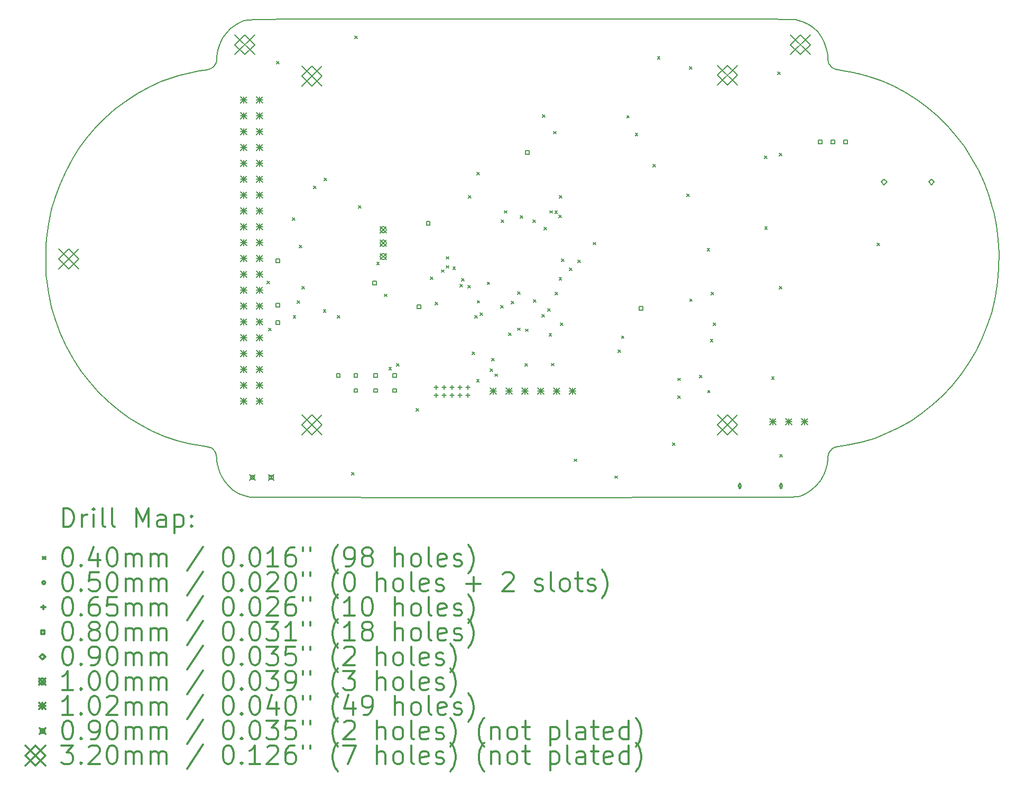
<source format=gbr>
%FSLAX45Y45*%
G04 Gerber Fmt 4.5, Leading zero omitted, Abs format (unit mm)*
G04 Created by KiCad (PCBNEW (2016-12-18 revision 3ffa37c)-master) date Thursday, April 20, 2017 'AMt' 11:47:30 AM*
%MOMM*%
%LPD*%
G01*
G04 APERTURE LIST*
%ADD10C,0.127000*%
%ADD11C,0.150000*%
%ADD12C,0.200000*%
%ADD13C,0.300000*%
G04 APERTURE END LIST*
D10*
D11*
X13403871Y-5064494D02*
X13666055Y-5064516D01*
X13666055Y-5064516D02*
X13943394Y-5064543D01*
X13943394Y-5064543D02*
X14236324Y-5064570D01*
X14236324Y-5064570D02*
X14545279Y-5064591D01*
X14545279Y-5064591D02*
X14870695Y-5064600D01*
X14870695Y-5064600D02*
X14900000Y-5064600D01*
X14900000Y-5064600D02*
X15225195Y-5064603D01*
X15225195Y-5064603D02*
X15533889Y-5064614D01*
X15533889Y-5064614D02*
X15826513Y-5064633D01*
X15826513Y-5064633D02*
X16103500Y-5064663D01*
X16103500Y-5064663D02*
X16365282Y-5064703D01*
X16365282Y-5064703D02*
X16612291Y-5064757D01*
X16612291Y-5064757D02*
X16844958Y-5064824D01*
X16844958Y-5064824D02*
X17063715Y-5064907D01*
X17063715Y-5064907D02*
X17268995Y-5065007D01*
X17268995Y-5065007D02*
X17461230Y-5065124D01*
X17461230Y-5065124D02*
X17640851Y-5065261D01*
X17640851Y-5065261D02*
X17808291Y-5065418D01*
X17808291Y-5065418D02*
X17963981Y-5065597D01*
X17963981Y-5065597D02*
X18108354Y-5065800D01*
X18108354Y-5065800D02*
X18241842Y-5066027D01*
X18241842Y-5066027D02*
X18364876Y-5066280D01*
X18364876Y-5066280D02*
X18477888Y-5066561D01*
X18477888Y-5066561D02*
X18581311Y-5066870D01*
X18581311Y-5066870D02*
X18675577Y-5067209D01*
X18675577Y-5067209D02*
X18761117Y-5067579D01*
X18761117Y-5067579D02*
X18838363Y-5067981D01*
X18838363Y-5067981D02*
X18907748Y-5068418D01*
X18907748Y-5068418D02*
X18969703Y-5068890D01*
X18969703Y-5068890D02*
X19024661Y-5069398D01*
X19024661Y-5069398D02*
X19073053Y-5069944D01*
X19073053Y-5069944D02*
X19115312Y-5070530D01*
X19115312Y-5070530D02*
X19151869Y-5071155D01*
X19151869Y-5071155D02*
X19183156Y-5071823D01*
X19183156Y-5071823D02*
X19209606Y-5072534D01*
X19209606Y-5072534D02*
X19231650Y-5073289D01*
X19231650Y-5073289D02*
X19249720Y-5074090D01*
X19249720Y-5074090D02*
X19264249Y-5074938D01*
X19264249Y-5074938D02*
X19275669Y-5075835D01*
X19275669Y-5075835D02*
X19284410Y-5076781D01*
X19284410Y-5076781D02*
X19290906Y-5077779D01*
X19290906Y-5077779D02*
X19292380Y-5078067D01*
X19292380Y-5078067D02*
X19390309Y-5106500D01*
X19390309Y-5106500D02*
X19479746Y-5149022D01*
X19479746Y-5149022D02*
X19559829Y-5204606D01*
X19559829Y-5204606D02*
X19629698Y-5272224D01*
X19629698Y-5272224D02*
X19688490Y-5350848D01*
X19688490Y-5350848D02*
X19735342Y-5439450D01*
X19735342Y-5439450D02*
X19769394Y-5537003D01*
X19769394Y-5537003D02*
X19789783Y-5642479D01*
X19789783Y-5642479D02*
X19793073Y-5675092D01*
X19793073Y-5675092D02*
X19796952Y-5718151D01*
X19796952Y-5718151D02*
X19801106Y-5748489D01*
X19801106Y-5748489D02*
X19806569Y-5770300D01*
X19806569Y-5770300D02*
X19814373Y-5787779D01*
X19814373Y-5787779D02*
X19824841Y-5804112D01*
X19824841Y-5804112D02*
X19841678Y-5825672D01*
X19841678Y-5825672D02*
X19859890Y-5842512D01*
X19859890Y-5842512D02*
X19882263Y-5855771D01*
X19882263Y-5855771D02*
X19911586Y-5866592D01*
X19911586Y-5866592D02*
X19950647Y-5876114D01*
X19950647Y-5876114D02*
X20002232Y-5885478D01*
X20002232Y-5885478D02*
X20037212Y-5891014D01*
X20037212Y-5891014D02*
X20192983Y-5918577D01*
X20192983Y-5918577D02*
X20339016Y-5952472D01*
X20339016Y-5952472D02*
X20481878Y-5994458D01*
X20481878Y-5994458D02*
X20628135Y-6046294D01*
X20628135Y-6046294D02*
X20653560Y-6056115D01*
X20653560Y-6056115D02*
X20851592Y-6142441D01*
X20851592Y-6142441D02*
X21041742Y-6243346D01*
X21041742Y-6243346D02*
X21223400Y-6358119D01*
X21223400Y-6358119D02*
X21395957Y-6486046D01*
X21395957Y-6486046D02*
X21558801Y-6626414D01*
X21558801Y-6626414D02*
X21711323Y-6778512D01*
X21711323Y-6778512D02*
X21852913Y-6941625D01*
X21852913Y-6941625D02*
X21982959Y-7115043D01*
X21982959Y-7115043D02*
X22100853Y-7298051D01*
X22100853Y-7298051D02*
X22205984Y-7489937D01*
X22205984Y-7489937D02*
X22297742Y-7689989D01*
X22297742Y-7689989D02*
X22375516Y-7897493D01*
X22375516Y-7897493D02*
X22438697Y-8111737D01*
X22438697Y-8111737D02*
X22449063Y-8153399D01*
X22449063Y-8153399D02*
X22493503Y-8372803D01*
X22493503Y-8372803D02*
X22522257Y-8596790D01*
X22522257Y-8596790D02*
X22535296Y-8823500D01*
X22535296Y-8823500D02*
X22532594Y-9051073D01*
X22532594Y-9051073D02*
X22514122Y-9277649D01*
X22514122Y-9277649D02*
X22479855Y-9501367D01*
X22479855Y-9501367D02*
X22469607Y-9552841D01*
X22469607Y-9552841D02*
X22415580Y-9771540D01*
X22415580Y-9771540D02*
X22345706Y-9985304D01*
X22345706Y-9985304D02*
X22260522Y-10193141D01*
X22260522Y-10193141D02*
X22160565Y-10394058D01*
X22160565Y-10394058D02*
X22046371Y-10587060D01*
X22046371Y-10587060D02*
X21918478Y-10771156D01*
X21918478Y-10771156D02*
X21777422Y-10945351D01*
X21777422Y-10945351D02*
X21634259Y-11098233D01*
X21634259Y-11098233D02*
X21472290Y-11247851D01*
X21472290Y-11247851D02*
X21300848Y-11383912D01*
X21300848Y-11383912D02*
X21120740Y-11506011D01*
X21120740Y-11506011D02*
X20932773Y-11613744D01*
X20932773Y-11613744D02*
X20737753Y-11706709D01*
X20737753Y-11706709D02*
X20536486Y-11784502D01*
X20536486Y-11784502D02*
X20329780Y-11846718D01*
X20329780Y-11846718D02*
X20118440Y-11892955D01*
X20118440Y-11892955D02*
X20012681Y-11909761D01*
X20012681Y-11909761D02*
X19961533Y-11917487D01*
X19961533Y-11917487D02*
X19923804Y-11924984D01*
X19923804Y-11924984D02*
X19896034Y-11933393D01*
X19896034Y-11933393D02*
X19874766Y-11943853D01*
X19874766Y-11943853D02*
X19856541Y-11957505D01*
X19856541Y-11957505D02*
X19850127Y-11963355D01*
X19850127Y-11963355D02*
X19829024Y-11986473D01*
X19829024Y-11986473D02*
X19814042Y-12011852D01*
X19814042Y-12011852D02*
X19803730Y-12043493D01*
X19803730Y-12043493D02*
X19796634Y-12085400D01*
X19796634Y-12085400D02*
X19793000Y-12120704D01*
X19793000Y-12120704D02*
X19784677Y-12192612D01*
X19784677Y-12192612D02*
X19772497Y-12253874D01*
X19772497Y-12253874D02*
X19754873Y-12310626D01*
X19754873Y-12310626D02*
X19730220Y-12369004D01*
X19730220Y-12369004D02*
X19727117Y-12375567D01*
X19727117Y-12375567D02*
X19675732Y-12464013D01*
X19675732Y-12464013D02*
X19611264Y-12542371D01*
X19611264Y-12542371D02*
X19534940Y-12609606D01*
X19534940Y-12609606D02*
X19447986Y-12664686D01*
X19447986Y-12664686D02*
X19351630Y-12706574D01*
X19351630Y-12706574D02*
X19323833Y-12715587D01*
X19323833Y-12715587D02*
X19319590Y-12716731D01*
X19319590Y-12716731D02*
X19314351Y-12717817D01*
X19314351Y-12717817D02*
X19307681Y-12718848D01*
X19307681Y-12718848D02*
X19299143Y-12719823D01*
X19299143Y-12719823D02*
X19288303Y-12720745D01*
X19288303Y-12720745D02*
X19274723Y-12721616D01*
X19274723Y-12721616D02*
X19257968Y-12722437D01*
X19257968Y-12722437D02*
X19237602Y-12723210D01*
X19237602Y-12723210D02*
X19213188Y-12723937D01*
X19213188Y-12723937D02*
X19184292Y-12724619D01*
X19184292Y-12724619D02*
X19150477Y-12725257D01*
X19150477Y-12725257D02*
X19111306Y-12725854D01*
X19111306Y-12725854D02*
X19066344Y-12726412D01*
X19066344Y-12726412D02*
X19015156Y-12726931D01*
X19015156Y-12726931D02*
X18957304Y-12727413D01*
X18957304Y-12727413D02*
X18892353Y-12727860D01*
X18892353Y-12727860D02*
X18819868Y-12728275D01*
X18819868Y-12728275D02*
X18739411Y-12728657D01*
X18739411Y-12728657D02*
X18650548Y-12729009D01*
X18650548Y-12729009D02*
X18552842Y-12729333D01*
X18552842Y-12729333D02*
X18445857Y-12729631D01*
X18445857Y-12729631D02*
X18329157Y-12729903D01*
X18329157Y-12729903D02*
X18202306Y-12730152D01*
X18202306Y-12730152D02*
X18064869Y-12730379D01*
X18064869Y-12730379D02*
X17916408Y-12730586D01*
X17916408Y-12730586D02*
X17756489Y-12730774D01*
X17756489Y-12730774D02*
X17584676Y-12730946D01*
X17584676Y-12730946D02*
X17400531Y-12731102D01*
X17400531Y-12731102D02*
X17203620Y-12731245D01*
X17203620Y-12731245D02*
X16993506Y-12731375D01*
X16993506Y-12731375D02*
X16769754Y-12731496D01*
X16769754Y-12731496D02*
X16531927Y-12731608D01*
X16531927Y-12731608D02*
X16279589Y-12731713D01*
X16279589Y-12731713D02*
X16012305Y-12731812D01*
X16012305Y-12731812D02*
X15729639Y-12731908D01*
X15729639Y-12731908D02*
X15431154Y-12732002D01*
X15431154Y-12732002D02*
X15116414Y-12732095D01*
X15116414Y-12732095D02*
X14933867Y-12732148D01*
X14933867Y-12732148D02*
X14614587Y-12732223D01*
X14614587Y-12732223D02*
X14304852Y-12732265D01*
X14304852Y-12732265D02*
X14004977Y-12732275D01*
X14004977Y-12732275D02*
X13715278Y-12732252D01*
X13715278Y-12732252D02*
X13436068Y-12732198D01*
X13436068Y-12732198D02*
X13167664Y-12732112D01*
X13167664Y-12732112D02*
X12910381Y-12731996D01*
X12910381Y-12731996D02*
X12664532Y-12731849D01*
X12664532Y-12731849D02*
X12430435Y-12731672D01*
X12430435Y-12731672D02*
X12208403Y-12731466D01*
X12208403Y-12731466D02*
X11998751Y-12731231D01*
X11998751Y-12731231D02*
X11801796Y-12730968D01*
X11801796Y-12730968D02*
X11617851Y-12730677D01*
X11617851Y-12730677D02*
X11447232Y-12730358D01*
X11447232Y-12730358D02*
X11290253Y-12730012D01*
X11290253Y-12730012D02*
X11147231Y-12729640D01*
X11147231Y-12729640D02*
X11018480Y-12729241D01*
X11018480Y-12729241D02*
X10904315Y-12728817D01*
X10904315Y-12728817D02*
X10805052Y-12728369D01*
X10805052Y-12728369D02*
X10721004Y-12727895D01*
X10721004Y-12727895D02*
X10652488Y-12727397D01*
X10652488Y-12727397D02*
X10599818Y-12726876D01*
X10599818Y-12726876D02*
X10563310Y-12726331D01*
X10563310Y-12726331D02*
X10543278Y-12725764D01*
X10543278Y-12725764D02*
X10539725Y-12725502D01*
X10539725Y-12725502D02*
X10445208Y-12703581D01*
X10445208Y-12703581D02*
X10355703Y-12666305D01*
X10355703Y-12666305D02*
X10272788Y-12614899D01*
X10272788Y-12614899D02*
X10198041Y-12550591D01*
X10198041Y-12550591D02*
X10133042Y-12474605D01*
X10133042Y-12474605D02*
X10079367Y-12388169D01*
X10079367Y-12388169D02*
X10063498Y-12355562D01*
X10063498Y-12355562D02*
X10045526Y-12308277D01*
X10045526Y-12308277D02*
X10029380Y-12251824D01*
X10029380Y-12251824D02*
X10016528Y-12192710D01*
X10016528Y-12192710D02*
X10008438Y-12137442D01*
X10008438Y-12137442D02*
X10006378Y-12102245D01*
X10006378Y-12102245D02*
X9999005Y-12047523D01*
X9999005Y-12047523D02*
X9978351Y-11998653D01*
X9978351Y-11998653D02*
X9946193Y-11958804D01*
X9946193Y-11958804D02*
X9912836Y-11935267D01*
X9912836Y-11935267D02*
X9896136Y-11929713D01*
X9896136Y-11929713D02*
X9866846Y-11923031D01*
X9866846Y-11923031D02*
X9829190Y-11916089D01*
X9829190Y-11916089D02*
X9790069Y-11910116D01*
X9790069Y-11910116D02*
X9578546Y-11872577D01*
X9578546Y-11872577D02*
X9371415Y-11819015D01*
X9371415Y-11819015D02*
X9169444Y-11749947D01*
X9169444Y-11749947D02*
X8973399Y-11665889D01*
X8973399Y-11665889D02*
X8784049Y-11567359D01*
X8784049Y-11567359D02*
X8602160Y-11454875D01*
X8602160Y-11454875D02*
X8428501Y-11328953D01*
X8428501Y-11328953D02*
X8263837Y-11190110D01*
X8263837Y-11190110D02*
X8108938Y-11038864D01*
X8108938Y-11038864D02*
X7964569Y-10875732D01*
X7964569Y-10875732D02*
X7831499Y-10701231D01*
X7831499Y-10701231D02*
X7710495Y-10515879D01*
X7710495Y-10515879D02*
X7703085Y-10503501D01*
X7703085Y-10503501D02*
X7594490Y-10305521D01*
X7594490Y-10305521D02*
X7501368Y-10102132D01*
X7501368Y-10102132D02*
X7423466Y-9892576D01*
X7423466Y-9892576D02*
X7360535Y-9676092D01*
X7360535Y-9676092D02*
X7312322Y-9451923D01*
X7312322Y-9451923D02*
X7278850Y-9221733D01*
X7278850Y-9221733D02*
X7274860Y-9174415D01*
X7274860Y-9174415D02*
X7271792Y-9113696D01*
X7271792Y-9113696D02*
X7269647Y-9043076D01*
X7269647Y-9043076D02*
X7268423Y-8966059D01*
X7268423Y-8966059D02*
X7268133Y-8888832D01*
X7268133Y-8888832D02*
X7268122Y-8886146D01*
X7268122Y-8886146D02*
X7268744Y-8806839D01*
X7268744Y-8806839D02*
X7270287Y-8731639D01*
X7270287Y-8731639D02*
X7272752Y-8664049D01*
X7272752Y-8664049D02*
X7276139Y-8607571D01*
X7276139Y-8607571D02*
X7278859Y-8578267D01*
X7278859Y-8578267D02*
X7312406Y-8346762D01*
X7312406Y-8346762D02*
X7359895Y-8124385D01*
X7359895Y-8124385D02*
X7421682Y-7910152D01*
X7421682Y-7910152D02*
X7498123Y-7703082D01*
X7498123Y-7703082D02*
X7589575Y-7502193D01*
X7589575Y-7502193D02*
X7696394Y-7306504D01*
X7696394Y-7306504D02*
X7799778Y-7143167D01*
X7799778Y-7143167D02*
X7927824Y-6967798D01*
X7927824Y-6967798D02*
X8068412Y-6802642D01*
X8068412Y-6802642D02*
X8220530Y-6648441D01*
X8220530Y-6648441D02*
X8383164Y-6505938D01*
X8383164Y-6505938D02*
X8555303Y-6375876D01*
X8555303Y-6375876D02*
X8735936Y-6258997D01*
X8735936Y-6258997D02*
X8924048Y-6156045D01*
X8924048Y-6156045D02*
X9118629Y-6067761D01*
X9118629Y-6067761D02*
X9318666Y-5994890D01*
X9318666Y-5994890D02*
X9396936Y-5971097D01*
X9396936Y-5971097D02*
X9504202Y-5942738D01*
X9504202Y-5942738D02*
X9616531Y-5917480D01*
X9616531Y-5917480D02*
X9726538Y-5896880D01*
X9726538Y-5896880D02*
X9803067Y-5885426D01*
X9803067Y-5885426D02*
X9860298Y-5875767D01*
X9860298Y-5875767D02*
X9903937Y-5862887D01*
X9903937Y-5862887D02*
X9937221Y-5845465D01*
X9937221Y-5845465D02*
X9963384Y-5822178D01*
X9963384Y-5822178D02*
X9966374Y-5818720D01*
X9966374Y-5818720D02*
X9982788Y-5795480D01*
X9982788Y-5795480D02*
X9994440Y-5768701D01*
X9994440Y-5768701D02*
X10002436Y-5734469D01*
X10002436Y-5734469D02*
X10007886Y-5688869D01*
X10007886Y-5688869D02*
X10009658Y-5665733D01*
X10009658Y-5665733D02*
X10024817Y-5560840D01*
X10024817Y-5560840D02*
X10055053Y-5462460D01*
X10055053Y-5462460D02*
X10099570Y-5371776D01*
X10099570Y-5371776D02*
X10157574Y-5289971D01*
X10157574Y-5289971D02*
X10228270Y-5218226D01*
X10228270Y-5218226D02*
X10310862Y-5157726D01*
X10310862Y-5157726D02*
X10374567Y-5123061D01*
X10374567Y-5123061D02*
X10383086Y-5118720D01*
X10383086Y-5118720D02*
X10390235Y-5114598D01*
X10390235Y-5114598D02*
X10396449Y-5110689D01*
X10396449Y-5110689D02*
X10402163Y-5106988D01*
X10402163Y-5106988D02*
X10407812Y-5103488D01*
X10407812Y-5103488D02*
X10413830Y-5100185D01*
X10413830Y-5100185D02*
X10420652Y-5097073D01*
X10420652Y-5097073D02*
X10428714Y-5094145D01*
X10428714Y-5094145D02*
X10438449Y-5091397D01*
X10438449Y-5091397D02*
X10450294Y-5088823D01*
X10450294Y-5088823D02*
X10464683Y-5086417D01*
X10464683Y-5086417D02*
X10482051Y-5084173D01*
X10482051Y-5084173D02*
X10502832Y-5082087D01*
X10502832Y-5082087D02*
X10527462Y-5080151D01*
X10527462Y-5080151D02*
X10556376Y-5078362D01*
X10556376Y-5078362D02*
X10590007Y-5076712D01*
X10590007Y-5076712D02*
X10628793Y-5075197D01*
X10628793Y-5075197D02*
X10673166Y-5073811D01*
X10673166Y-5073811D02*
X10723562Y-5072548D01*
X10723562Y-5072548D02*
X10780416Y-5071403D01*
X10780416Y-5071403D02*
X10844164Y-5070369D01*
X10844164Y-5070369D02*
X10915238Y-5069443D01*
X10915238Y-5069443D02*
X10994076Y-5068616D01*
X10994076Y-5068616D02*
X11081111Y-5067885D01*
X11081111Y-5067885D02*
X11176778Y-5067244D01*
X11176778Y-5067244D02*
X11281512Y-5066686D01*
X11281512Y-5066686D02*
X11395749Y-5066207D01*
X11395749Y-5066207D02*
X11519923Y-5065800D01*
X11519923Y-5065800D02*
X11654468Y-5065460D01*
X11654468Y-5065460D02*
X11799821Y-5065182D01*
X11799821Y-5065182D02*
X11956415Y-5064960D01*
X11956415Y-5064960D02*
X12124685Y-5064788D01*
X12124685Y-5064788D02*
X12305068Y-5064660D01*
X12305068Y-5064660D02*
X12497996Y-5064572D01*
X12497996Y-5064572D02*
X12703906Y-5064516D01*
X12703906Y-5064516D02*
X12923232Y-5064489D01*
X12923232Y-5064489D02*
X13156409Y-5064483D01*
X13156409Y-5064483D02*
X13403871Y-5064494D01*
D12*
X10814400Y-9265000D02*
X10854400Y-9305000D01*
X10854400Y-9265000D02*
X10814400Y-9305000D01*
X10839800Y-10018900D02*
X10879800Y-10058900D01*
X10879800Y-10018900D02*
X10839800Y-10058900D01*
X10966800Y-5742000D02*
X11006800Y-5782000D01*
X11006800Y-5742000D02*
X10966800Y-5782000D01*
X11220490Y-8249000D02*
X11260490Y-8289000D01*
X11260490Y-8249000D02*
X11220490Y-8289000D01*
X11230100Y-9815530D02*
X11270100Y-9855530D01*
X11270100Y-9815530D02*
X11230100Y-9855530D01*
X11297000Y-9577400D02*
X11337000Y-9617400D01*
X11337000Y-9577400D02*
X11297000Y-9617400D01*
X11325920Y-8692590D02*
X11365920Y-8732590D01*
X11365920Y-8692590D02*
X11325920Y-8732590D01*
X11373200Y-9348800D02*
X11413200Y-9388800D01*
X11413200Y-9348800D02*
X11373200Y-9388800D01*
X11555460Y-7740550D02*
X11595460Y-7780550D01*
X11595460Y-7740550D02*
X11555460Y-7780550D01*
X11713820Y-9723430D02*
X11753820Y-9763430D01*
X11753820Y-9723430D02*
X11713820Y-9763430D01*
X11726620Y-7614000D02*
X11766620Y-7654000D01*
X11766620Y-7614000D02*
X11726620Y-7654000D01*
X11938340Y-9817760D02*
X11978340Y-9857760D01*
X11978340Y-9817760D02*
X11938340Y-9857760D01*
X12163750Y-12331200D02*
X12203750Y-12371200D01*
X12203750Y-12331200D02*
X12163750Y-12371200D01*
X12218150Y-5338950D02*
X12258150Y-5378950D01*
X12258150Y-5338950D02*
X12218150Y-5378950D01*
X12278440Y-8056230D02*
X12318440Y-8096230D01*
X12318440Y-8056230D02*
X12278440Y-8096230D01*
X12569070Y-8963830D02*
X12609070Y-9003830D01*
X12609070Y-8963830D02*
X12569070Y-9003830D01*
X12691890Y-9473780D02*
X12731890Y-9513780D01*
X12731890Y-9473780D02*
X12691890Y-9513780D01*
X12762470Y-10647740D02*
X12802470Y-10687740D01*
X12802470Y-10647740D02*
X12762470Y-10687740D01*
X12889020Y-10584310D02*
X12929020Y-10624310D01*
X12929020Y-10584310D02*
X12889020Y-10624310D01*
X13202000Y-11304600D02*
X13242000Y-11344600D01*
X13242000Y-11304600D02*
X13202000Y-11344600D01*
X13430600Y-9196400D02*
X13470600Y-9236400D01*
X13470600Y-9196400D02*
X13430600Y-9236400D01*
X13506800Y-9602800D02*
X13546800Y-9642800D01*
X13546800Y-9602800D02*
X13506800Y-9642800D01*
X13603370Y-9084120D02*
X13643370Y-9124120D01*
X13643370Y-9084120D02*
X13603370Y-9124120D01*
X13682381Y-8872249D02*
X13722381Y-8912249D01*
X13722381Y-8872249D02*
X13682381Y-8912249D01*
X13684440Y-9015800D02*
X13724440Y-9055800D01*
X13724440Y-9015800D02*
X13684440Y-9055800D01*
X13788679Y-9035706D02*
X13828679Y-9075706D01*
X13828679Y-9035706D02*
X13788679Y-9075706D01*
X13905358Y-9318020D02*
X13945358Y-9358020D01*
X13945358Y-9318020D02*
X13905358Y-9358020D01*
X13925670Y-9226274D02*
X13965670Y-9266274D01*
X13965670Y-9226274D02*
X13925670Y-9266274D01*
X14030359Y-9330590D02*
X14070359Y-9370590D01*
X14070359Y-9330590D02*
X14030359Y-9370590D01*
X14040000Y-7893200D02*
X14080000Y-7933200D01*
X14080000Y-7893200D02*
X14040000Y-7933200D01*
X14096800Y-10401380D02*
X14136800Y-10441380D01*
X14136800Y-10401380D02*
X14096800Y-10441380D01*
X14140748Y-9818558D02*
X14180748Y-9858558D01*
X14180748Y-9818558D02*
X14140748Y-9858558D01*
X14170000Y-10839200D02*
X14210000Y-10879200D01*
X14210000Y-10839200D02*
X14170000Y-10879200D01*
X14176000Y-7523200D02*
X14216000Y-7563200D01*
X14216000Y-7523200D02*
X14176000Y-7563200D01*
X14178000Y-9574200D02*
X14218000Y-9614200D01*
X14218000Y-9574200D02*
X14178000Y-9614200D01*
X14224790Y-9775700D02*
X14264790Y-9815700D01*
X14264790Y-9775700D02*
X14224790Y-9815700D01*
X14338163Y-9278753D02*
X14378163Y-9318753D01*
X14378163Y-9278753D02*
X14338163Y-9318753D01*
X14385691Y-10672002D02*
X14425691Y-10712002D01*
X14425691Y-10672002D02*
X14385691Y-10712002D01*
X14412000Y-10501200D02*
X14452000Y-10541200D01*
X14452000Y-10501200D02*
X14412000Y-10541200D01*
X14464000Y-10751200D02*
X14504000Y-10791200D01*
X14504000Y-10751200D02*
X14464000Y-10791200D01*
X14552324Y-9652109D02*
X14592324Y-9692109D01*
X14592324Y-9652109D02*
X14552324Y-9692109D01*
X14565500Y-8283700D02*
X14605500Y-8323700D01*
X14605500Y-8283700D02*
X14565500Y-8323700D01*
X14614000Y-8134200D02*
X14654000Y-8174200D01*
X14654000Y-8134200D02*
X14614000Y-8174200D01*
X14682000Y-10095200D02*
X14722000Y-10135200D01*
X14722000Y-10095200D02*
X14682000Y-10135200D01*
X14723315Y-9589608D02*
X14763315Y-9629608D01*
X14763315Y-9589608D02*
X14723315Y-9629608D01*
X14825000Y-10015699D02*
X14865000Y-10055699D01*
X14865000Y-10015699D02*
X14825000Y-10055699D01*
X14828000Y-9436699D02*
X14868000Y-9476699D01*
X14868000Y-9436699D02*
X14828000Y-9476699D01*
X14869000Y-8214200D02*
X14909000Y-8254200D01*
X14909000Y-8214200D02*
X14869000Y-8254200D01*
X14941000Y-10587200D02*
X14981000Y-10627200D01*
X14981000Y-10587200D02*
X14941000Y-10627200D01*
X14955000Y-10032699D02*
X14995000Y-10072699D01*
X14995000Y-10032699D02*
X14955000Y-10072699D01*
X15071309Y-8283300D02*
X15111309Y-8323300D01*
X15111309Y-8283300D02*
X15071309Y-8323300D01*
X15080271Y-9560234D02*
X15120271Y-9600234D01*
X15120271Y-9560234D02*
X15080271Y-9600234D01*
X15214560Y-9797759D02*
X15254560Y-9837759D01*
X15254560Y-9797759D02*
X15214560Y-9837759D01*
X15224660Y-6601300D02*
X15264660Y-6641300D01*
X15264660Y-6601300D02*
X15224660Y-6641300D01*
X15245477Y-8399841D02*
X15285477Y-8439841D01*
X15285477Y-8399841D02*
X15245477Y-8439841D01*
X15305206Y-9707113D02*
X15345206Y-9747113D01*
X15345206Y-9707113D02*
X15305206Y-9747113D01*
X15330000Y-10101200D02*
X15370000Y-10141200D01*
X15370000Y-10101200D02*
X15330000Y-10141200D01*
X15342749Y-8134841D02*
X15382749Y-8174841D01*
X15382749Y-8134841D02*
X15342749Y-8174841D01*
X15366499Y-10583200D02*
X15406499Y-10623200D01*
X15406499Y-10583200D02*
X15366499Y-10623200D01*
X15403000Y-6866200D02*
X15443000Y-6906200D01*
X15443000Y-6866200D02*
X15403000Y-6906200D01*
X15422705Y-8137529D02*
X15462705Y-8177529D01*
X15462705Y-8137529D02*
X15422705Y-8177529D01*
X15425000Y-9441200D02*
X15465000Y-9481200D01*
X15465000Y-9441200D02*
X15425000Y-9481200D01*
X15484000Y-8208699D02*
X15524000Y-8248699D01*
X15524000Y-8208699D02*
X15484000Y-8248699D01*
X15490770Y-9204480D02*
X15530770Y-9244480D01*
X15530770Y-9204480D02*
X15490770Y-9244480D01*
X15493000Y-7896200D02*
X15533000Y-7936200D01*
X15533000Y-7896200D02*
X15493000Y-7936200D01*
X15511404Y-9933200D02*
X15551404Y-9973200D01*
X15551404Y-9933200D02*
X15511404Y-9973200D01*
X15525970Y-8912810D02*
X15565970Y-8952810D01*
X15565970Y-8912810D02*
X15525970Y-8952810D01*
X15657458Y-9056711D02*
X15697458Y-9096711D01*
X15697458Y-9056711D02*
X15657458Y-9096711D01*
X15730520Y-12113840D02*
X15770520Y-12153840D01*
X15770520Y-12113840D02*
X15730520Y-12153840D01*
X15790300Y-8923869D02*
X15830300Y-8963869D01*
X15830300Y-8923869D02*
X15790300Y-8963869D01*
X16038000Y-8643700D02*
X16078000Y-8683700D01*
X16078000Y-8643700D02*
X16038000Y-8683700D01*
X16383000Y-12385150D02*
X16423000Y-12425150D01*
X16423000Y-12385150D02*
X16383000Y-12425150D01*
X16435790Y-10363700D02*
X16475790Y-10403700D01*
X16475790Y-10363700D02*
X16435790Y-10403700D01*
X16489330Y-10141140D02*
X16529330Y-10181140D01*
X16529330Y-10141140D02*
X16489330Y-10181140D01*
X16574380Y-6611110D02*
X16614380Y-6651110D01*
X16614380Y-6611110D02*
X16574380Y-6651110D01*
X16708000Y-6894730D02*
X16748000Y-6934730D01*
X16748000Y-6894730D02*
X16708000Y-6934730D01*
X16990769Y-7391820D02*
X17030769Y-7431820D01*
X17030769Y-7391820D02*
X16990769Y-7431820D01*
X17064710Y-5667990D02*
X17104710Y-5707990D01*
X17104710Y-5667990D02*
X17064710Y-5707990D01*
X17303050Y-11853880D02*
X17343050Y-11893880D01*
X17343050Y-11853880D02*
X17303050Y-11893880D01*
X17391220Y-10818700D02*
X17431220Y-10858700D01*
X17431220Y-10818700D02*
X17391220Y-10858700D01*
X17393000Y-11101400D02*
X17433000Y-11141400D01*
X17433000Y-11101400D02*
X17393000Y-11141400D01*
X17536880Y-7867400D02*
X17576880Y-7907400D01*
X17576880Y-7867400D02*
X17536880Y-7907400D01*
X17579500Y-5826960D02*
X17619500Y-5866960D01*
X17619500Y-5826960D02*
X17579500Y-5866960D01*
X17580000Y-9550200D02*
X17620000Y-9590200D01*
X17620000Y-9550200D02*
X17580000Y-9590200D01*
X17737670Y-10772940D02*
X17777670Y-10812940D01*
X17777670Y-10772940D02*
X17737670Y-10812940D01*
X17860499Y-8740840D02*
X17900499Y-8780840D01*
X17900499Y-8740840D02*
X17860499Y-8780840D01*
X17868270Y-11013700D02*
X17908270Y-11053700D01*
X17908270Y-11013700D02*
X17868270Y-11053700D01*
X17911800Y-10195920D02*
X17951800Y-10235920D01*
X17951800Y-10195920D02*
X17911800Y-10235920D01*
X17923000Y-9446200D02*
X17963000Y-9486200D01*
X17963000Y-9446200D02*
X17923000Y-9486200D01*
X17959000Y-9932200D02*
X17999000Y-9972200D01*
X17999000Y-9932200D02*
X17959000Y-9972200D01*
X18778500Y-7258020D02*
X18818500Y-7298020D01*
X18818500Y-7258020D02*
X18778500Y-7298020D01*
X18784490Y-8391600D02*
X18824490Y-8431600D01*
X18824490Y-8391600D02*
X18784490Y-8431600D01*
X18893000Y-10800310D02*
X18933000Y-10840310D01*
X18933000Y-10800310D02*
X18893000Y-10840310D01*
X18991960Y-5911450D02*
X19031960Y-5951450D01*
X19031960Y-5911450D02*
X18991960Y-5951450D01*
X19018600Y-7215200D02*
X19058600Y-7255200D01*
X19058600Y-7215200D02*
X19018600Y-7255200D01*
X19018600Y-9348800D02*
X19058600Y-9388800D01*
X19058600Y-9348800D02*
X19018600Y-9388800D01*
X19025140Y-12040270D02*
X19065140Y-12080270D01*
X19065140Y-12040270D02*
X19025140Y-12080270D01*
X20583000Y-8656200D02*
X20623000Y-8696200D01*
X20623000Y-8656200D02*
X20583000Y-8696200D01*
X18408000Y-12546200D02*
G75*
G03X18408000Y-12546200I-25000J0D01*
G01*
X18398000Y-12581200D02*
X18398000Y-12511200D01*
X18368000Y-12581200D02*
X18368000Y-12511200D01*
X18398000Y-12511200D02*
G75*
G03X18368000Y-12511200I-15000J0D01*
G01*
X18368000Y-12581200D02*
G75*
G03X18398000Y-12581200I15000J0D01*
G01*
X19068000Y-12546200D02*
G75*
G03X19068000Y-12546200I-25000J0D01*
G01*
X19058000Y-12581200D02*
X19058000Y-12511200D01*
X19028000Y-12581200D02*
X19028000Y-12511200D01*
X19058000Y-12511200D02*
G75*
G03X19028000Y-12511200I-15000J0D01*
G01*
X19028000Y-12581200D02*
G75*
G03X19058000Y-12581200I15000J0D01*
G01*
X13518000Y-10931700D02*
X13518000Y-10996700D01*
X13485500Y-10964200D02*
X13550500Y-10964200D01*
X13518000Y-11058700D02*
X13518000Y-11123700D01*
X13485500Y-11091200D02*
X13550500Y-11091200D01*
X13645000Y-10931700D02*
X13645000Y-10996700D01*
X13612500Y-10964200D02*
X13677500Y-10964200D01*
X13645000Y-11058700D02*
X13645000Y-11123700D01*
X13612500Y-11091200D02*
X13677500Y-11091200D01*
X13772000Y-10931700D02*
X13772000Y-10996700D01*
X13739500Y-10964200D02*
X13804500Y-10964200D01*
X13772000Y-11058700D02*
X13772000Y-11123700D01*
X13739500Y-11091200D02*
X13804500Y-11091200D01*
X13899000Y-10931700D02*
X13899000Y-10996700D01*
X13866500Y-10964200D02*
X13931500Y-10964200D01*
X13899000Y-11058700D02*
X13899000Y-11123700D01*
X13866500Y-11091200D02*
X13931500Y-11091200D01*
X14026000Y-10931700D02*
X14026000Y-10996700D01*
X13993500Y-10964200D02*
X14058500Y-10964200D01*
X14026000Y-11058700D02*
X14026000Y-11123700D01*
X13993500Y-11091200D02*
X14058500Y-11091200D01*
X11015085Y-8965285D02*
X11015085Y-8908716D01*
X10958516Y-8908716D01*
X10958516Y-8965285D01*
X11015085Y-8965285D01*
X11015085Y-9676485D02*
X11015085Y-9619916D01*
X10958516Y-9619916D01*
X10958516Y-9676485D01*
X11015085Y-9676485D01*
X11015085Y-9955885D02*
X11015085Y-9899316D01*
X10958516Y-9899316D01*
X10958516Y-9955885D01*
X11015085Y-9955885D01*
X11981284Y-10804485D02*
X11981284Y-10747916D01*
X11924715Y-10747916D01*
X11924715Y-10804485D01*
X11981284Y-10804485D01*
X12261284Y-10804485D02*
X12261284Y-10747916D01*
X12204715Y-10747916D01*
X12204715Y-10804485D01*
X12261284Y-10804485D01*
X12261284Y-11044485D02*
X12261284Y-10987916D01*
X12204715Y-10987916D01*
X12204715Y-11044485D01*
X12261284Y-11044485D01*
X12564484Y-9320885D02*
X12564484Y-9264316D01*
X12507915Y-9264316D01*
X12507915Y-9320885D01*
X12564484Y-9320885D01*
X12581284Y-10804485D02*
X12581284Y-10747916D01*
X12524715Y-10747916D01*
X12524715Y-10804485D01*
X12581284Y-10804485D01*
X12581284Y-11044485D02*
X12581284Y-10987916D01*
X12524715Y-10987916D01*
X12524715Y-11044485D01*
X12581284Y-11044485D01*
X12881284Y-10804485D02*
X12881284Y-10747916D01*
X12824715Y-10747916D01*
X12824715Y-10804485D01*
X12881284Y-10804485D01*
X12881284Y-11044485D02*
X12881284Y-10987916D01*
X12824715Y-10987916D01*
X12824715Y-11044485D01*
X12881284Y-11044485D01*
X13275684Y-9701885D02*
X13275684Y-9645316D01*
X13219115Y-9645316D01*
X13219115Y-9701885D01*
X13275684Y-9701885D01*
X13421284Y-8364484D02*
X13421284Y-8307915D01*
X13364715Y-8307915D01*
X13364715Y-8364484D01*
X13421284Y-8364484D01*
X15006284Y-7229484D02*
X15006284Y-7172915D01*
X14949715Y-7172915D01*
X14949715Y-7229484D01*
X15006284Y-7229484D01*
X16831685Y-9727285D02*
X16831685Y-9670716D01*
X16775115Y-9670716D01*
X16775115Y-9727285D01*
X16831685Y-9727285D01*
X19701885Y-7060284D02*
X19701885Y-7003715D01*
X19645316Y-7003715D01*
X19645316Y-7060284D01*
X19701885Y-7060284D01*
X19905085Y-7060284D02*
X19905085Y-7003715D01*
X19848516Y-7003715D01*
X19848516Y-7060284D01*
X19905085Y-7060284D01*
X20108285Y-7060284D02*
X20108285Y-7003715D01*
X20051716Y-7003715D01*
X20051716Y-7060284D01*
X20108285Y-7060284D01*
X20693000Y-7721200D02*
X20738000Y-7676200D01*
X20693000Y-7631200D01*
X20648000Y-7676200D01*
X20693000Y-7721200D01*
X21453000Y-7721200D02*
X21498000Y-7676200D01*
X21453000Y-7631200D01*
X21408000Y-7676200D01*
X21453000Y-7721200D01*
X12623000Y-8391200D02*
X12723000Y-8491200D01*
X12723000Y-8391200D02*
X12623000Y-8491200D01*
X12723000Y-8441200D02*
G75*
G03X12723000Y-8441200I-50000J0D01*
G01*
X12623000Y-8606200D02*
X12723000Y-8706200D01*
X12723000Y-8606200D02*
X12623000Y-8706200D01*
X12723000Y-8656200D02*
G75*
G03X12723000Y-8656200I-50000J0D01*
G01*
X12623000Y-8821200D02*
X12723000Y-8921200D01*
X12723000Y-8821200D02*
X12623000Y-8921200D01*
X12723000Y-8871200D02*
G75*
G03X12723000Y-8871200I-50000J0D01*
G01*
X10389200Y-6313200D02*
X10490800Y-6414800D01*
X10490800Y-6313200D02*
X10389200Y-6414800D01*
X10440000Y-6313200D02*
X10440000Y-6414800D01*
X10389200Y-6364000D02*
X10490800Y-6364000D01*
X10389200Y-6567200D02*
X10490800Y-6668800D01*
X10490800Y-6567200D02*
X10389200Y-6668800D01*
X10440000Y-6567200D02*
X10440000Y-6668800D01*
X10389200Y-6618000D02*
X10490800Y-6618000D01*
X10389200Y-6821200D02*
X10490800Y-6922800D01*
X10490800Y-6821200D02*
X10389200Y-6922800D01*
X10440000Y-6821200D02*
X10440000Y-6922800D01*
X10389200Y-6872000D02*
X10490800Y-6872000D01*
X10389200Y-7075200D02*
X10490800Y-7176800D01*
X10490800Y-7075200D02*
X10389200Y-7176800D01*
X10440000Y-7075200D02*
X10440000Y-7176800D01*
X10389200Y-7126000D02*
X10490800Y-7126000D01*
X10389200Y-7329200D02*
X10490800Y-7430800D01*
X10490800Y-7329200D02*
X10389200Y-7430800D01*
X10440000Y-7329200D02*
X10440000Y-7430800D01*
X10389200Y-7380000D02*
X10490800Y-7380000D01*
X10389200Y-7583200D02*
X10490800Y-7684800D01*
X10490800Y-7583200D02*
X10389200Y-7684800D01*
X10440000Y-7583200D02*
X10440000Y-7684800D01*
X10389200Y-7634000D02*
X10490800Y-7634000D01*
X10389200Y-7837200D02*
X10490800Y-7938800D01*
X10490800Y-7837200D02*
X10389200Y-7938800D01*
X10440000Y-7837200D02*
X10440000Y-7938800D01*
X10389200Y-7888000D02*
X10490800Y-7888000D01*
X10389200Y-8091200D02*
X10490800Y-8192800D01*
X10490800Y-8091200D02*
X10389200Y-8192800D01*
X10440000Y-8091200D02*
X10440000Y-8192800D01*
X10389200Y-8142000D02*
X10490800Y-8142000D01*
X10389200Y-8345200D02*
X10490800Y-8446800D01*
X10490800Y-8345200D02*
X10389200Y-8446800D01*
X10440000Y-8345200D02*
X10440000Y-8446800D01*
X10389200Y-8396000D02*
X10490800Y-8396000D01*
X10389200Y-8599200D02*
X10490800Y-8700800D01*
X10490800Y-8599200D02*
X10389200Y-8700800D01*
X10440000Y-8599200D02*
X10440000Y-8700800D01*
X10389200Y-8650000D02*
X10490800Y-8650000D01*
X10389200Y-8853200D02*
X10490800Y-8954800D01*
X10490800Y-8853200D02*
X10389200Y-8954800D01*
X10440000Y-8853200D02*
X10440000Y-8954800D01*
X10389200Y-8904000D02*
X10490800Y-8904000D01*
X10389200Y-9107200D02*
X10490800Y-9208800D01*
X10490800Y-9107200D02*
X10389200Y-9208800D01*
X10440000Y-9107200D02*
X10440000Y-9208800D01*
X10389200Y-9158000D02*
X10490800Y-9158000D01*
X10389200Y-9361200D02*
X10490800Y-9462800D01*
X10490800Y-9361200D02*
X10389200Y-9462800D01*
X10440000Y-9361200D02*
X10440000Y-9462800D01*
X10389200Y-9412000D02*
X10490800Y-9412000D01*
X10389200Y-9615200D02*
X10490800Y-9716800D01*
X10490800Y-9615200D02*
X10389200Y-9716800D01*
X10440000Y-9615200D02*
X10440000Y-9716800D01*
X10389200Y-9666000D02*
X10490800Y-9666000D01*
X10389200Y-9869200D02*
X10490800Y-9970800D01*
X10490800Y-9869200D02*
X10389200Y-9970800D01*
X10440000Y-9869200D02*
X10440000Y-9970800D01*
X10389200Y-9920000D02*
X10490800Y-9920000D01*
X10389200Y-10123200D02*
X10490800Y-10224800D01*
X10490800Y-10123200D02*
X10389200Y-10224800D01*
X10440000Y-10123200D02*
X10440000Y-10224800D01*
X10389200Y-10174000D02*
X10490800Y-10174000D01*
X10389200Y-10377200D02*
X10490800Y-10478800D01*
X10490800Y-10377200D02*
X10389200Y-10478800D01*
X10440000Y-10377200D02*
X10440000Y-10478800D01*
X10389200Y-10428000D02*
X10490800Y-10428000D01*
X10389200Y-10631200D02*
X10490800Y-10732800D01*
X10490800Y-10631200D02*
X10389200Y-10732800D01*
X10440000Y-10631200D02*
X10440000Y-10732800D01*
X10389200Y-10682000D02*
X10490800Y-10682000D01*
X10389200Y-10885200D02*
X10490800Y-10986800D01*
X10490800Y-10885200D02*
X10389200Y-10986800D01*
X10440000Y-10885200D02*
X10440000Y-10986800D01*
X10389200Y-10936000D02*
X10490800Y-10936000D01*
X10389200Y-11139200D02*
X10490800Y-11240800D01*
X10490800Y-11139200D02*
X10389200Y-11240800D01*
X10440000Y-11139200D02*
X10440000Y-11240800D01*
X10389200Y-11190000D02*
X10490800Y-11190000D01*
X10643200Y-6313200D02*
X10744800Y-6414800D01*
X10744800Y-6313200D02*
X10643200Y-6414800D01*
X10694000Y-6313200D02*
X10694000Y-6414800D01*
X10643200Y-6364000D02*
X10744800Y-6364000D01*
X10643200Y-6567200D02*
X10744800Y-6668800D01*
X10744800Y-6567200D02*
X10643200Y-6668800D01*
X10694000Y-6567200D02*
X10694000Y-6668800D01*
X10643200Y-6618000D02*
X10744800Y-6618000D01*
X10643200Y-6821200D02*
X10744800Y-6922800D01*
X10744800Y-6821200D02*
X10643200Y-6922800D01*
X10694000Y-6821200D02*
X10694000Y-6922800D01*
X10643200Y-6872000D02*
X10744800Y-6872000D01*
X10643200Y-7075200D02*
X10744800Y-7176800D01*
X10744800Y-7075200D02*
X10643200Y-7176800D01*
X10694000Y-7075200D02*
X10694000Y-7176800D01*
X10643200Y-7126000D02*
X10744800Y-7126000D01*
X10643200Y-7329200D02*
X10744800Y-7430800D01*
X10744800Y-7329200D02*
X10643200Y-7430800D01*
X10694000Y-7329200D02*
X10694000Y-7430800D01*
X10643200Y-7380000D02*
X10744800Y-7380000D01*
X10643200Y-7583200D02*
X10744800Y-7684800D01*
X10744800Y-7583200D02*
X10643200Y-7684800D01*
X10694000Y-7583200D02*
X10694000Y-7684800D01*
X10643200Y-7634000D02*
X10744800Y-7634000D01*
X10643200Y-7837200D02*
X10744800Y-7938800D01*
X10744800Y-7837200D02*
X10643200Y-7938800D01*
X10694000Y-7837200D02*
X10694000Y-7938800D01*
X10643200Y-7888000D02*
X10744800Y-7888000D01*
X10643200Y-8091200D02*
X10744800Y-8192800D01*
X10744800Y-8091200D02*
X10643200Y-8192800D01*
X10694000Y-8091200D02*
X10694000Y-8192800D01*
X10643200Y-8142000D02*
X10744800Y-8142000D01*
X10643200Y-8345200D02*
X10744800Y-8446800D01*
X10744800Y-8345200D02*
X10643200Y-8446800D01*
X10694000Y-8345200D02*
X10694000Y-8446800D01*
X10643200Y-8396000D02*
X10744800Y-8396000D01*
X10643200Y-8599200D02*
X10744800Y-8700800D01*
X10744800Y-8599200D02*
X10643200Y-8700800D01*
X10694000Y-8599200D02*
X10694000Y-8700800D01*
X10643200Y-8650000D02*
X10744800Y-8650000D01*
X10643200Y-8853200D02*
X10744800Y-8954800D01*
X10744800Y-8853200D02*
X10643200Y-8954800D01*
X10694000Y-8853200D02*
X10694000Y-8954800D01*
X10643200Y-8904000D02*
X10744800Y-8904000D01*
X10643200Y-9107200D02*
X10744800Y-9208800D01*
X10744800Y-9107200D02*
X10643200Y-9208800D01*
X10694000Y-9107200D02*
X10694000Y-9208800D01*
X10643200Y-9158000D02*
X10744800Y-9158000D01*
X10643200Y-9361200D02*
X10744800Y-9462800D01*
X10744800Y-9361200D02*
X10643200Y-9462800D01*
X10694000Y-9361200D02*
X10694000Y-9462800D01*
X10643200Y-9412000D02*
X10744800Y-9412000D01*
X10643200Y-9615200D02*
X10744800Y-9716800D01*
X10744800Y-9615200D02*
X10643200Y-9716800D01*
X10694000Y-9615200D02*
X10694000Y-9716800D01*
X10643200Y-9666000D02*
X10744800Y-9666000D01*
X10643200Y-9869200D02*
X10744800Y-9970800D01*
X10744800Y-9869200D02*
X10643200Y-9970800D01*
X10694000Y-9869200D02*
X10694000Y-9970800D01*
X10643200Y-9920000D02*
X10744800Y-9920000D01*
X10643200Y-10123200D02*
X10744800Y-10224800D01*
X10744800Y-10123200D02*
X10643200Y-10224800D01*
X10694000Y-10123200D02*
X10694000Y-10224800D01*
X10643200Y-10174000D02*
X10744800Y-10174000D01*
X10643200Y-10377200D02*
X10744800Y-10478800D01*
X10744800Y-10377200D02*
X10643200Y-10478800D01*
X10694000Y-10377200D02*
X10694000Y-10478800D01*
X10643200Y-10428000D02*
X10744800Y-10428000D01*
X10643200Y-10631200D02*
X10744800Y-10732800D01*
X10744800Y-10631200D02*
X10643200Y-10732800D01*
X10694000Y-10631200D02*
X10694000Y-10732800D01*
X10643200Y-10682000D02*
X10744800Y-10682000D01*
X10643200Y-10885200D02*
X10744800Y-10986800D01*
X10744800Y-10885200D02*
X10643200Y-10986800D01*
X10694000Y-10885200D02*
X10694000Y-10986800D01*
X10643200Y-10936000D02*
X10744800Y-10936000D01*
X10643200Y-11139200D02*
X10744800Y-11240800D01*
X10744800Y-11139200D02*
X10643200Y-11240800D01*
X10694000Y-11139200D02*
X10694000Y-11240800D01*
X10643200Y-11190000D02*
X10744800Y-11190000D01*
X14382200Y-10975400D02*
X14483800Y-11077000D01*
X14483800Y-10975400D02*
X14382200Y-11077000D01*
X14433000Y-10975400D02*
X14433000Y-11077000D01*
X14382200Y-11026200D02*
X14483800Y-11026200D01*
X14636200Y-10975400D02*
X14737800Y-11077000D01*
X14737800Y-10975400D02*
X14636200Y-11077000D01*
X14687000Y-10975400D02*
X14687000Y-11077000D01*
X14636200Y-11026200D02*
X14737800Y-11026200D01*
X14890200Y-10975400D02*
X14991800Y-11077000D01*
X14991800Y-10975400D02*
X14890200Y-11077000D01*
X14941000Y-10975400D02*
X14941000Y-11077000D01*
X14890200Y-11026200D02*
X14991800Y-11026200D01*
X15144200Y-10975400D02*
X15245800Y-11077000D01*
X15245800Y-10975400D02*
X15144200Y-11077000D01*
X15195000Y-10975400D02*
X15195000Y-11077000D01*
X15144200Y-11026200D02*
X15245800Y-11026200D01*
X15398200Y-10975400D02*
X15499800Y-11077000D01*
X15499800Y-10975400D02*
X15398200Y-11077000D01*
X15449000Y-10975400D02*
X15449000Y-11077000D01*
X15398200Y-11026200D02*
X15499800Y-11026200D01*
X15652200Y-10975400D02*
X15753800Y-11077000D01*
X15753800Y-10975400D02*
X15652200Y-11077000D01*
X15703000Y-10975400D02*
X15703000Y-11077000D01*
X15652200Y-11026200D02*
X15753800Y-11026200D01*
X18862200Y-11465400D02*
X18963800Y-11567000D01*
X18963800Y-11465400D02*
X18862200Y-11567000D01*
X18913000Y-11465400D02*
X18913000Y-11567000D01*
X18862200Y-11516200D02*
X18963800Y-11516200D01*
X19116200Y-11465400D02*
X19217800Y-11567000D01*
X19217800Y-11465400D02*
X19116200Y-11567000D01*
X19167000Y-11465400D02*
X19167000Y-11567000D01*
X19116200Y-11516200D02*
X19217800Y-11516200D01*
X19370200Y-11465400D02*
X19471800Y-11567000D01*
X19471800Y-11465400D02*
X19370200Y-11567000D01*
X19421000Y-11465400D02*
X19421000Y-11567000D01*
X19370200Y-11516200D02*
X19471800Y-11516200D01*
X10533000Y-12363700D02*
X10623000Y-12453700D01*
X10623000Y-12363700D02*
X10533000Y-12453700D01*
X10609820Y-12440520D02*
X10609820Y-12376880D01*
X10546180Y-12376880D01*
X10546180Y-12440520D01*
X10609820Y-12440520D01*
X10833000Y-12363700D02*
X10923000Y-12453700D01*
X10923000Y-12363700D02*
X10833000Y-12453700D01*
X10909820Y-12440520D02*
X10909820Y-12376880D01*
X10846180Y-12376880D01*
X10846180Y-12440520D01*
X10909820Y-12440520D01*
X7474000Y-8751600D02*
X7794000Y-9071600D01*
X7794000Y-8751600D02*
X7474000Y-9071600D01*
X7634000Y-9071600D02*
X7794000Y-8911600D01*
X7634000Y-8751600D01*
X7474000Y-8911600D01*
X7634000Y-9071600D01*
X10293000Y-5316200D02*
X10613000Y-5636200D01*
X10613000Y-5316200D02*
X10293000Y-5636200D01*
X10453000Y-5636200D02*
X10613000Y-5476200D01*
X10453000Y-5316200D01*
X10293000Y-5476200D01*
X10453000Y-5636200D01*
X11373000Y-5816200D02*
X11693000Y-6136200D01*
X11693000Y-5816200D02*
X11373000Y-6136200D01*
X11533000Y-6136200D02*
X11693000Y-5976200D01*
X11533000Y-5816200D01*
X11373000Y-5976200D01*
X11533000Y-6136200D01*
X11373000Y-11406200D02*
X11693000Y-11726200D01*
X11693000Y-11406200D02*
X11373000Y-11726200D01*
X11533000Y-11726200D02*
X11693000Y-11566200D01*
X11533000Y-11406200D01*
X11373000Y-11566200D01*
X11533000Y-11726200D01*
X18023000Y-5806200D02*
X18343000Y-6126200D01*
X18343000Y-5806200D02*
X18023000Y-6126200D01*
X18183000Y-6126200D02*
X18343000Y-5966200D01*
X18183000Y-5806200D01*
X18023000Y-5966200D01*
X18183000Y-6126200D01*
X18023000Y-11406200D02*
X18343000Y-11726200D01*
X18343000Y-11406200D02*
X18023000Y-11726200D01*
X18183000Y-11726200D02*
X18343000Y-11566200D01*
X18183000Y-11406200D01*
X18023000Y-11566200D01*
X18183000Y-11726200D01*
X19193000Y-5316200D02*
X19513000Y-5636200D01*
X19513000Y-5316200D02*
X19193000Y-5636200D01*
X19353000Y-5636200D02*
X19513000Y-5476200D01*
X19353000Y-5316200D01*
X19193000Y-5476200D01*
X19353000Y-5636200D01*
D13*
X7547051Y-13205489D02*
X7547051Y-12905489D01*
X7618479Y-12905489D01*
X7661337Y-12919775D01*
X7689908Y-12948346D01*
X7704194Y-12976918D01*
X7718479Y-13034061D01*
X7718479Y-13076918D01*
X7704194Y-13134061D01*
X7689908Y-13162632D01*
X7661337Y-13191204D01*
X7618479Y-13205489D01*
X7547051Y-13205489D01*
X7847051Y-13205489D02*
X7847051Y-13005489D01*
X7847051Y-13062632D02*
X7861337Y-13034061D01*
X7875622Y-13019775D01*
X7904194Y-13005489D01*
X7932765Y-13005489D01*
X8032765Y-13205489D02*
X8032765Y-13005489D01*
X8032765Y-12905489D02*
X8018479Y-12919775D01*
X8032765Y-12934061D01*
X8047051Y-12919775D01*
X8032765Y-12905489D01*
X8032765Y-12934061D01*
X8218479Y-13205489D02*
X8189908Y-13191204D01*
X8175622Y-13162632D01*
X8175622Y-12905489D01*
X8375622Y-13205489D02*
X8347051Y-13191204D01*
X8332765Y-13162632D01*
X8332765Y-12905489D01*
X8718480Y-13205489D02*
X8718480Y-12905489D01*
X8818480Y-13119775D01*
X8918480Y-12905489D01*
X8918480Y-13205489D01*
X9189908Y-13205489D02*
X9189908Y-13048346D01*
X9175622Y-13019775D01*
X9147051Y-13005489D01*
X9089908Y-13005489D01*
X9061337Y-13019775D01*
X9189908Y-13191204D02*
X9161337Y-13205489D01*
X9089908Y-13205489D01*
X9061337Y-13191204D01*
X9047051Y-13162632D01*
X9047051Y-13134061D01*
X9061337Y-13105489D01*
X9089908Y-13091204D01*
X9161337Y-13091204D01*
X9189908Y-13076918D01*
X9332765Y-13005489D02*
X9332765Y-13305489D01*
X9332765Y-13019775D02*
X9361337Y-13005489D01*
X9418480Y-13005489D01*
X9447051Y-13019775D01*
X9461337Y-13034061D01*
X9475622Y-13062632D01*
X9475622Y-13148346D01*
X9461337Y-13176918D01*
X9447051Y-13191204D01*
X9418480Y-13205489D01*
X9361337Y-13205489D01*
X9332765Y-13191204D01*
X9604194Y-13176918D02*
X9618480Y-13191204D01*
X9604194Y-13205489D01*
X9589908Y-13191204D01*
X9604194Y-13176918D01*
X9604194Y-13205489D01*
X9604194Y-13019775D02*
X9618480Y-13034061D01*
X9604194Y-13048346D01*
X9589908Y-13034061D01*
X9604194Y-13019775D01*
X9604194Y-13048346D01*
X7220622Y-13679775D02*
X7260622Y-13719775D01*
X7260622Y-13679775D02*
X7220622Y-13719775D01*
X7604194Y-13535489D02*
X7632765Y-13535489D01*
X7661337Y-13549775D01*
X7675622Y-13564061D01*
X7689908Y-13592632D01*
X7704194Y-13649775D01*
X7704194Y-13721204D01*
X7689908Y-13778346D01*
X7675622Y-13806918D01*
X7661337Y-13821204D01*
X7632765Y-13835489D01*
X7604194Y-13835489D01*
X7575622Y-13821204D01*
X7561337Y-13806918D01*
X7547051Y-13778346D01*
X7532765Y-13721204D01*
X7532765Y-13649775D01*
X7547051Y-13592632D01*
X7561337Y-13564061D01*
X7575622Y-13549775D01*
X7604194Y-13535489D01*
X7832765Y-13806918D02*
X7847051Y-13821204D01*
X7832765Y-13835489D01*
X7818479Y-13821204D01*
X7832765Y-13806918D01*
X7832765Y-13835489D01*
X8104194Y-13635489D02*
X8104194Y-13835489D01*
X8032765Y-13521204D02*
X7961337Y-13735489D01*
X8147051Y-13735489D01*
X8318479Y-13535489D02*
X8347051Y-13535489D01*
X8375622Y-13549775D01*
X8389908Y-13564061D01*
X8404194Y-13592632D01*
X8418480Y-13649775D01*
X8418480Y-13721204D01*
X8404194Y-13778346D01*
X8389908Y-13806918D01*
X8375622Y-13821204D01*
X8347051Y-13835489D01*
X8318479Y-13835489D01*
X8289908Y-13821204D01*
X8275622Y-13806918D01*
X8261337Y-13778346D01*
X8247051Y-13721204D01*
X8247051Y-13649775D01*
X8261337Y-13592632D01*
X8275622Y-13564061D01*
X8289908Y-13549775D01*
X8318479Y-13535489D01*
X8547051Y-13835489D02*
X8547051Y-13635489D01*
X8547051Y-13664061D02*
X8561337Y-13649775D01*
X8589908Y-13635489D01*
X8632765Y-13635489D01*
X8661337Y-13649775D01*
X8675622Y-13678346D01*
X8675622Y-13835489D01*
X8675622Y-13678346D02*
X8689908Y-13649775D01*
X8718480Y-13635489D01*
X8761337Y-13635489D01*
X8789908Y-13649775D01*
X8804194Y-13678346D01*
X8804194Y-13835489D01*
X8947051Y-13835489D02*
X8947051Y-13635489D01*
X8947051Y-13664061D02*
X8961337Y-13649775D01*
X8989908Y-13635489D01*
X9032765Y-13635489D01*
X9061337Y-13649775D01*
X9075622Y-13678346D01*
X9075622Y-13835489D01*
X9075622Y-13678346D02*
X9089908Y-13649775D01*
X9118480Y-13635489D01*
X9161337Y-13635489D01*
X9189908Y-13649775D01*
X9204194Y-13678346D01*
X9204194Y-13835489D01*
X9789908Y-13521204D02*
X9532765Y-13906918D01*
X10175622Y-13535489D02*
X10204194Y-13535489D01*
X10232765Y-13549775D01*
X10247051Y-13564061D01*
X10261337Y-13592632D01*
X10275622Y-13649775D01*
X10275622Y-13721204D01*
X10261337Y-13778346D01*
X10247051Y-13806918D01*
X10232765Y-13821204D01*
X10204194Y-13835489D01*
X10175622Y-13835489D01*
X10147051Y-13821204D01*
X10132765Y-13806918D01*
X10118480Y-13778346D01*
X10104194Y-13721204D01*
X10104194Y-13649775D01*
X10118480Y-13592632D01*
X10132765Y-13564061D01*
X10147051Y-13549775D01*
X10175622Y-13535489D01*
X10404194Y-13806918D02*
X10418480Y-13821204D01*
X10404194Y-13835489D01*
X10389908Y-13821204D01*
X10404194Y-13806918D01*
X10404194Y-13835489D01*
X10604194Y-13535489D02*
X10632765Y-13535489D01*
X10661337Y-13549775D01*
X10675622Y-13564061D01*
X10689908Y-13592632D01*
X10704194Y-13649775D01*
X10704194Y-13721204D01*
X10689908Y-13778346D01*
X10675622Y-13806918D01*
X10661337Y-13821204D01*
X10632765Y-13835489D01*
X10604194Y-13835489D01*
X10575622Y-13821204D01*
X10561337Y-13806918D01*
X10547051Y-13778346D01*
X10532765Y-13721204D01*
X10532765Y-13649775D01*
X10547051Y-13592632D01*
X10561337Y-13564061D01*
X10575622Y-13549775D01*
X10604194Y-13535489D01*
X10989908Y-13835489D02*
X10818480Y-13835489D01*
X10904194Y-13835489D02*
X10904194Y-13535489D01*
X10875622Y-13578346D01*
X10847051Y-13606918D01*
X10818480Y-13621204D01*
X11247051Y-13535489D02*
X11189908Y-13535489D01*
X11161337Y-13549775D01*
X11147051Y-13564061D01*
X11118480Y-13606918D01*
X11104194Y-13664061D01*
X11104194Y-13778346D01*
X11118480Y-13806918D01*
X11132765Y-13821204D01*
X11161337Y-13835489D01*
X11218479Y-13835489D01*
X11247051Y-13821204D01*
X11261337Y-13806918D01*
X11275622Y-13778346D01*
X11275622Y-13706918D01*
X11261337Y-13678346D01*
X11247051Y-13664061D01*
X11218479Y-13649775D01*
X11161337Y-13649775D01*
X11132765Y-13664061D01*
X11118480Y-13678346D01*
X11104194Y-13706918D01*
X11389908Y-13535489D02*
X11389908Y-13592632D01*
X11504194Y-13535489D02*
X11504194Y-13592632D01*
X11947051Y-13949775D02*
X11932765Y-13935489D01*
X11904194Y-13892632D01*
X11889908Y-13864061D01*
X11875622Y-13821204D01*
X11861337Y-13749775D01*
X11861337Y-13692632D01*
X11875622Y-13621204D01*
X11889908Y-13578346D01*
X11904194Y-13549775D01*
X11932765Y-13506918D01*
X11947051Y-13492632D01*
X12075622Y-13835489D02*
X12132765Y-13835489D01*
X12161337Y-13821204D01*
X12175622Y-13806918D01*
X12204194Y-13764061D01*
X12218479Y-13706918D01*
X12218479Y-13592632D01*
X12204194Y-13564061D01*
X12189908Y-13549775D01*
X12161337Y-13535489D01*
X12104194Y-13535489D01*
X12075622Y-13549775D01*
X12061337Y-13564061D01*
X12047051Y-13592632D01*
X12047051Y-13664061D01*
X12061337Y-13692632D01*
X12075622Y-13706918D01*
X12104194Y-13721204D01*
X12161337Y-13721204D01*
X12189908Y-13706918D01*
X12204194Y-13692632D01*
X12218479Y-13664061D01*
X12389908Y-13664061D02*
X12361337Y-13649775D01*
X12347051Y-13635489D01*
X12332765Y-13606918D01*
X12332765Y-13592632D01*
X12347051Y-13564061D01*
X12361337Y-13549775D01*
X12389908Y-13535489D01*
X12447051Y-13535489D01*
X12475622Y-13549775D01*
X12489908Y-13564061D01*
X12504194Y-13592632D01*
X12504194Y-13606918D01*
X12489908Y-13635489D01*
X12475622Y-13649775D01*
X12447051Y-13664061D01*
X12389908Y-13664061D01*
X12361337Y-13678346D01*
X12347051Y-13692632D01*
X12332765Y-13721204D01*
X12332765Y-13778346D01*
X12347051Y-13806918D01*
X12361337Y-13821204D01*
X12389908Y-13835489D01*
X12447051Y-13835489D01*
X12475622Y-13821204D01*
X12489908Y-13806918D01*
X12504194Y-13778346D01*
X12504194Y-13721204D01*
X12489908Y-13692632D01*
X12475622Y-13678346D01*
X12447051Y-13664061D01*
X12861337Y-13835489D02*
X12861337Y-13535489D01*
X12989908Y-13835489D02*
X12989908Y-13678346D01*
X12975622Y-13649775D01*
X12947051Y-13635489D01*
X12904194Y-13635489D01*
X12875622Y-13649775D01*
X12861337Y-13664061D01*
X13175622Y-13835489D02*
X13147051Y-13821204D01*
X13132765Y-13806918D01*
X13118479Y-13778346D01*
X13118479Y-13692632D01*
X13132765Y-13664061D01*
X13147051Y-13649775D01*
X13175622Y-13635489D01*
X13218479Y-13635489D01*
X13247051Y-13649775D01*
X13261337Y-13664061D01*
X13275622Y-13692632D01*
X13275622Y-13778346D01*
X13261337Y-13806918D01*
X13247051Y-13821204D01*
X13218479Y-13835489D01*
X13175622Y-13835489D01*
X13447051Y-13835489D02*
X13418479Y-13821204D01*
X13404194Y-13792632D01*
X13404194Y-13535489D01*
X13675622Y-13821204D02*
X13647051Y-13835489D01*
X13589908Y-13835489D01*
X13561337Y-13821204D01*
X13547051Y-13792632D01*
X13547051Y-13678346D01*
X13561337Y-13649775D01*
X13589908Y-13635489D01*
X13647051Y-13635489D01*
X13675622Y-13649775D01*
X13689908Y-13678346D01*
X13689908Y-13706918D01*
X13547051Y-13735489D01*
X13804194Y-13821204D02*
X13832765Y-13835489D01*
X13889908Y-13835489D01*
X13918479Y-13821204D01*
X13932765Y-13792632D01*
X13932765Y-13778346D01*
X13918479Y-13749775D01*
X13889908Y-13735489D01*
X13847051Y-13735489D01*
X13818479Y-13721204D01*
X13804194Y-13692632D01*
X13804194Y-13678346D01*
X13818479Y-13649775D01*
X13847051Y-13635489D01*
X13889908Y-13635489D01*
X13918479Y-13649775D01*
X14032765Y-13949775D02*
X14047051Y-13935489D01*
X14075622Y-13892632D01*
X14089908Y-13864061D01*
X14104194Y-13821204D01*
X14118479Y-13749775D01*
X14118479Y-13692632D01*
X14104194Y-13621204D01*
X14089908Y-13578346D01*
X14075622Y-13549775D01*
X14047051Y-13506918D01*
X14032765Y-13492632D01*
X7260622Y-14095775D02*
G75*
G03X7260622Y-14095775I-25000J0D01*
G01*
X7604194Y-13931489D02*
X7632765Y-13931489D01*
X7661337Y-13945775D01*
X7675622Y-13960061D01*
X7689908Y-13988632D01*
X7704194Y-14045775D01*
X7704194Y-14117204D01*
X7689908Y-14174346D01*
X7675622Y-14202918D01*
X7661337Y-14217204D01*
X7632765Y-14231489D01*
X7604194Y-14231489D01*
X7575622Y-14217204D01*
X7561337Y-14202918D01*
X7547051Y-14174346D01*
X7532765Y-14117204D01*
X7532765Y-14045775D01*
X7547051Y-13988632D01*
X7561337Y-13960061D01*
X7575622Y-13945775D01*
X7604194Y-13931489D01*
X7832765Y-14202918D02*
X7847051Y-14217204D01*
X7832765Y-14231489D01*
X7818479Y-14217204D01*
X7832765Y-14202918D01*
X7832765Y-14231489D01*
X8118479Y-13931489D02*
X7975622Y-13931489D01*
X7961337Y-14074346D01*
X7975622Y-14060061D01*
X8004194Y-14045775D01*
X8075622Y-14045775D01*
X8104194Y-14060061D01*
X8118479Y-14074346D01*
X8132765Y-14102918D01*
X8132765Y-14174346D01*
X8118479Y-14202918D01*
X8104194Y-14217204D01*
X8075622Y-14231489D01*
X8004194Y-14231489D01*
X7975622Y-14217204D01*
X7961337Y-14202918D01*
X8318479Y-13931489D02*
X8347051Y-13931489D01*
X8375622Y-13945775D01*
X8389908Y-13960061D01*
X8404194Y-13988632D01*
X8418480Y-14045775D01*
X8418480Y-14117204D01*
X8404194Y-14174346D01*
X8389908Y-14202918D01*
X8375622Y-14217204D01*
X8347051Y-14231489D01*
X8318479Y-14231489D01*
X8289908Y-14217204D01*
X8275622Y-14202918D01*
X8261337Y-14174346D01*
X8247051Y-14117204D01*
X8247051Y-14045775D01*
X8261337Y-13988632D01*
X8275622Y-13960061D01*
X8289908Y-13945775D01*
X8318479Y-13931489D01*
X8547051Y-14231489D02*
X8547051Y-14031489D01*
X8547051Y-14060061D02*
X8561337Y-14045775D01*
X8589908Y-14031489D01*
X8632765Y-14031489D01*
X8661337Y-14045775D01*
X8675622Y-14074346D01*
X8675622Y-14231489D01*
X8675622Y-14074346D02*
X8689908Y-14045775D01*
X8718480Y-14031489D01*
X8761337Y-14031489D01*
X8789908Y-14045775D01*
X8804194Y-14074346D01*
X8804194Y-14231489D01*
X8947051Y-14231489D02*
X8947051Y-14031489D01*
X8947051Y-14060061D02*
X8961337Y-14045775D01*
X8989908Y-14031489D01*
X9032765Y-14031489D01*
X9061337Y-14045775D01*
X9075622Y-14074346D01*
X9075622Y-14231489D01*
X9075622Y-14074346D02*
X9089908Y-14045775D01*
X9118480Y-14031489D01*
X9161337Y-14031489D01*
X9189908Y-14045775D01*
X9204194Y-14074346D01*
X9204194Y-14231489D01*
X9789908Y-13917204D02*
X9532765Y-14302918D01*
X10175622Y-13931489D02*
X10204194Y-13931489D01*
X10232765Y-13945775D01*
X10247051Y-13960061D01*
X10261337Y-13988632D01*
X10275622Y-14045775D01*
X10275622Y-14117204D01*
X10261337Y-14174346D01*
X10247051Y-14202918D01*
X10232765Y-14217204D01*
X10204194Y-14231489D01*
X10175622Y-14231489D01*
X10147051Y-14217204D01*
X10132765Y-14202918D01*
X10118480Y-14174346D01*
X10104194Y-14117204D01*
X10104194Y-14045775D01*
X10118480Y-13988632D01*
X10132765Y-13960061D01*
X10147051Y-13945775D01*
X10175622Y-13931489D01*
X10404194Y-14202918D02*
X10418480Y-14217204D01*
X10404194Y-14231489D01*
X10389908Y-14217204D01*
X10404194Y-14202918D01*
X10404194Y-14231489D01*
X10604194Y-13931489D02*
X10632765Y-13931489D01*
X10661337Y-13945775D01*
X10675622Y-13960061D01*
X10689908Y-13988632D01*
X10704194Y-14045775D01*
X10704194Y-14117204D01*
X10689908Y-14174346D01*
X10675622Y-14202918D01*
X10661337Y-14217204D01*
X10632765Y-14231489D01*
X10604194Y-14231489D01*
X10575622Y-14217204D01*
X10561337Y-14202918D01*
X10547051Y-14174346D01*
X10532765Y-14117204D01*
X10532765Y-14045775D01*
X10547051Y-13988632D01*
X10561337Y-13960061D01*
X10575622Y-13945775D01*
X10604194Y-13931489D01*
X10818480Y-13960061D02*
X10832765Y-13945775D01*
X10861337Y-13931489D01*
X10932765Y-13931489D01*
X10961337Y-13945775D01*
X10975622Y-13960061D01*
X10989908Y-13988632D01*
X10989908Y-14017204D01*
X10975622Y-14060061D01*
X10804194Y-14231489D01*
X10989908Y-14231489D01*
X11175622Y-13931489D02*
X11204194Y-13931489D01*
X11232765Y-13945775D01*
X11247051Y-13960061D01*
X11261337Y-13988632D01*
X11275622Y-14045775D01*
X11275622Y-14117204D01*
X11261337Y-14174346D01*
X11247051Y-14202918D01*
X11232765Y-14217204D01*
X11204194Y-14231489D01*
X11175622Y-14231489D01*
X11147051Y-14217204D01*
X11132765Y-14202918D01*
X11118480Y-14174346D01*
X11104194Y-14117204D01*
X11104194Y-14045775D01*
X11118480Y-13988632D01*
X11132765Y-13960061D01*
X11147051Y-13945775D01*
X11175622Y-13931489D01*
X11389908Y-13931489D02*
X11389908Y-13988632D01*
X11504194Y-13931489D02*
X11504194Y-13988632D01*
X11947051Y-14345775D02*
X11932765Y-14331489D01*
X11904194Y-14288632D01*
X11889908Y-14260061D01*
X11875622Y-14217204D01*
X11861337Y-14145775D01*
X11861337Y-14088632D01*
X11875622Y-14017204D01*
X11889908Y-13974346D01*
X11904194Y-13945775D01*
X11932765Y-13902918D01*
X11947051Y-13888632D01*
X12118479Y-13931489D02*
X12147051Y-13931489D01*
X12175622Y-13945775D01*
X12189908Y-13960061D01*
X12204194Y-13988632D01*
X12218479Y-14045775D01*
X12218479Y-14117204D01*
X12204194Y-14174346D01*
X12189908Y-14202918D01*
X12175622Y-14217204D01*
X12147051Y-14231489D01*
X12118479Y-14231489D01*
X12089908Y-14217204D01*
X12075622Y-14202918D01*
X12061337Y-14174346D01*
X12047051Y-14117204D01*
X12047051Y-14045775D01*
X12061337Y-13988632D01*
X12075622Y-13960061D01*
X12089908Y-13945775D01*
X12118479Y-13931489D01*
X12575622Y-14231489D02*
X12575622Y-13931489D01*
X12704194Y-14231489D02*
X12704194Y-14074346D01*
X12689908Y-14045775D01*
X12661337Y-14031489D01*
X12618479Y-14031489D01*
X12589908Y-14045775D01*
X12575622Y-14060061D01*
X12889908Y-14231489D02*
X12861337Y-14217204D01*
X12847051Y-14202918D01*
X12832765Y-14174346D01*
X12832765Y-14088632D01*
X12847051Y-14060061D01*
X12861337Y-14045775D01*
X12889908Y-14031489D01*
X12932765Y-14031489D01*
X12961337Y-14045775D01*
X12975622Y-14060061D01*
X12989908Y-14088632D01*
X12989908Y-14174346D01*
X12975622Y-14202918D01*
X12961337Y-14217204D01*
X12932765Y-14231489D01*
X12889908Y-14231489D01*
X13161337Y-14231489D02*
X13132765Y-14217204D01*
X13118479Y-14188632D01*
X13118479Y-13931489D01*
X13389908Y-14217204D02*
X13361337Y-14231489D01*
X13304194Y-14231489D01*
X13275622Y-14217204D01*
X13261337Y-14188632D01*
X13261337Y-14074346D01*
X13275622Y-14045775D01*
X13304194Y-14031489D01*
X13361337Y-14031489D01*
X13389908Y-14045775D01*
X13404194Y-14074346D01*
X13404194Y-14102918D01*
X13261337Y-14131489D01*
X13518479Y-14217204D02*
X13547051Y-14231489D01*
X13604194Y-14231489D01*
X13632765Y-14217204D01*
X13647051Y-14188632D01*
X13647051Y-14174346D01*
X13632765Y-14145775D01*
X13604194Y-14131489D01*
X13561337Y-14131489D01*
X13532765Y-14117204D01*
X13518479Y-14088632D01*
X13518479Y-14074346D01*
X13532765Y-14045775D01*
X13561337Y-14031489D01*
X13604194Y-14031489D01*
X13632765Y-14045775D01*
X14004194Y-14117204D02*
X14232765Y-14117204D01*
X14118479Y-14231489D02*
X14118479Y-14002918D01*
X14589908Y-13960061D02*
X14604194Y-13945775D01*
X14632765Y-13931489D01*
X14704194Y-13931489D01*
X14732765Y-13945775D01*
X14747051Y-13960061D01*
X14761337Y-13988632D01*
X14761337Y-14017204D01*
X14747051Y-14060061D01*
X14575622Y-14231489D01*
X14761337Y-14231489D01*
X15104194Y-14217204D02*
X15132765Y-14231489D01*
X15189908Y-14231489D01*
X15218479Y-14217204D01*
X15232765Y-14188632D01*
X15232765Y-14174346D01*
X15218479Y-14145775D01*
X15189908Y-14131489D01*
X15147051Y-14131489D01*
X15118479Y-14117204D01*
X15104194Y-14088632D01*
X15104194Y-14074346D01*
X15118479Y-14045775D01*
X15147051Y-14031489D01*
X15189908Y-14031489D01*
X15218479Y-14045775D01*
X15404194Y-14231489D02*
X15375622Y-14217204D01*
X15361337Y-14188632D01*
X15361337Y-13931489D01*
X15561337Y-14231489D02*
X15532765Y-14217204D01*
X15518479Y-14202918D01*
X15504194Y-14174346D01*
X15504194Y-14088632D01*
X15518479Y-14060061D01*
X15532765Y-14045775D01*
X15561337Y-14031489D01*
X15604194Y-14031489D01*
X15632765Y-14045775D01*
X15647051Y-14060061D01*
X15661337Y-14088632D01*
X15661337Y-14174346D01*
X15647051Y-14202918D01*
X15632765Y-14217204D01*
X15604194Y-14231489D01*
X15561337Y-14231489D01*
X15747051Y-14031489D02*
X15861337Y-14031489D01*
X15789908Y-13931489D02*
X15789908Y-14188632D01*
X15804194Y-14217204D01*
X15832765Y-14231489D01*
X15861337Y-14231489D01*
X15947051Y-14217204D02*
X15975622Y-14231489D01*
X16032765Y-14231489D01*
X16061337Y-14217204D01*
X16075622Y-14188632D01*
X16075622Y-14174346D01*
X16061337Y-14145775D01*
X16032765Y-14131489D01*
X15989908Y-14131489D01*
X15961337Y-14117204D01*
X15947051Y-14088632D01*
X15947051Y-14074346D01*
X15961337Y-14045775D01*
X15989908Y-14031489D01*
X16032765Y-14031489D01*
X16061337Y-14045775D01*
X16175622Y-14345775D02*
X16189908Y-14331489D01*
X16218479Y-14288632D01*
X16232765Y-14260061D01*
X16247051Y-14217204D01*
X16261337Y-14145775D01*
X16261337Y-14088632D01*
X16247051Y-14017204D01*
X16232765Y-13974346D01*
X16218479Y-13945775D01*
X16189908Y-13902918D01*
X16175622Y-13888632D01*
X7228122Y-14459275D02*
X7228122Y-14524275D01*
X7195622Y-14491775D02*
X7260622Y-14491775D01*
X7604194Y-14327489D02*
X7632765Y-14327489D01*
X7661337Y-14341775D01*
X7675622Y-14356061D01*
X7689908Y-14384632D01*
X7704194Y-14441775D01*
X7704194Y-14513204D01*
X7689908Y-14570346D01*
X7675622Y-14598918D01*
X7661337Y-14613204D01*
X7632765Y-14627489D01*
X7604194Y-14627489D01*
X7575622Y-14613204D01*
X7561337Y-14598918D01*
X7547051Y-14570346D01*
X7532765Y-14513204D01*
X7532765Y-14441775D01*
X7547051Y-14384632D01*
X7561337Y-14356061D01*
X7575622Y-14341775D01*
X7604194Y-14327489D01*
X7832765Y-14598918D02*
X7847051Y-14613204D01*
X7832765Y-14627489D01*
X7818479Y-14613204D01*
X7832765Y-14598918D01*
X7832765Y-14627489D01*
X8104194Y-14327489D02*
X8047051Y-14327489D01*
X8018479Y-14341775D01*
X8004194Y-14356061D01*
X7975622Y-14398918D01*
X7961337Y-14456061D01*
X7961337Y-14570346D01*
X7975622Y-14598918D01*
X7989908Y-14613204D01*
X8018479Y-14627489D01*
X8075622Y-14627489D01*
X8104194Y-14613204D01*
X8118479Y-14598918D01*
X8132765Y-14570346D01*
X8132765Y-14498918D01*
X8118479Y-14470346D01*
X8104194Y-14456061D01*
X8075622Y-14441775D01*
X8018479Y-14441775D01*
X7989908Y-14456061D01*
X7975622Y-14470346D01*
X7961337Y-14498918D01*
X8404194Y-14327489D02*
X8261337Y-14327489D01*
X8247051Y-14470346D01*
X8261337Y-14456061D01*
X8289908Y-14441775D01*
X8361337Y-14441775D01*
X8389908Y-14456061D01*
X8404194Y-14470346D01*
X8418480Y-14498918D01*
X8418480Y-14570346D01*
X8404194Y-14598918D01*
X8389908Y-14613204D01*
X8361337Y-14627489D01*
X8289908Y-14627489D01*
X8261337Y-14613204D01*
X8247051Y-14598918D01*
X8547051Y-14627489D02*
X8547051Y-14427489D01*
X8547051Y-14456061D02*
X8561337Y-14441775D01*
X8589908Y-14427489D01*
X8632765Y-14427489D01*
X8661337Y-14441775D01*
X8675622Y-14470346D01*
X8675622Y-14627489D01*
X8675622Y-14470346D02*
X8689908Y-14441775D01*
X8718480Y-14427489D01*
X8761337Y-14427489D01*
X8789908Y-14441775D01*
X8804194Y-14470346D01*
X8804194Y-14627489D01*
X8947051Y-14627489D02*
X8947051Y-14427489D01*
X8947051Y-14456061D02*
X8961337Y-14441775D01*
X8989908Y-14427489D01*
X9032765Y-14427489D01*
X9061337Y-14441775D01*
X9075622Y-14470346D01*
X9075622Y-14627489D01*
X9075622Y-14470346D02*
X9089908Y-14441775D01*
X9118480Y-14427489D01*
X9161337Y-14427489D01*
X9189908Y-14441775D01*
X9204194Y-14470346D01*
X9204194Y-14627489D01*
X9789908Y-14313204D02*
X9532765Y-14698918D01*
X10175622Y-14327489D02*
X10204194Y-14327489D01*
X10232765Y-14341775D01*
X10247051Y-14356061D01*
X10261337Y-14384632D01*
X10275622Y-14441775D01*
X10275622Y-14513204D01*
X10261337Y-14570346D01*
X10247051Y-14598918D01*
X10232765Y-14613204D01*
X10204194Y-14627489D01*
X10175622Y-14627489D01*
X10147051Y-14613204D01*
X10132765Y-14598918D01*
X10118480Y-14570346D01*
X10104194Y-14513204D01*
X10104194Y-14441775D01*
X10118480Y-14384632D01*
X10132765Y-14356061D01*
X10147051Y-14341775D01*
X10175622Y-14327489D01*
X10404194Y-14598918D02*
X10418480Y-14613204D01*
X10404194Y-14627489D01*
X10389908Y-14613204D01*
X10404194Y-14598918D01*
X10404194Y-14627489D01*
X10604194Y-14327489D02*
X10632765Y-14327489D01*
X10661337Y-14341775D01*
X10675622Y-14356061D01*
X10689908Y-14384632D01*
X10704194Y-14441775D01*
X10704194Y-14513204D01*
X10689908Y-14570346D01*
X10675622Y-14598918D01*
X10661337Y-14613204D01*
X10632765Y-14627489D01*
X10604194Y-14627489D01*
X10575622Y-14613204D01*
X10561337Y-14598918D01*
X10547051Y-14570346D01*
X10532765Y-14513204D01*
X10532765Y-14441775D01*
X10547051Y-14384632D01*
X10561337Y-14356061D01*
X10575622Y-14341775D01*
X10604194Y-14327489D01*
X10818480Y-14356061D02*
X10832765Y-14341775D01*
X10861337Y-14327489D01*
X10932765Y-14327489D01*
X10961337Y-14341775D01*
X10975622Y-14356061D01*
X10989908Y-14384632D01*
X10989908Y-14413204D01*
X10975622Y-14456061D01*
X10804194Y-14627489D01*
X10989908Y-14627489D01*
X11247051Y-14327489D02*
X11189908Y-14327489D01*
X11161337Y-14341775D01*
X11147051Y-14356061D01*
X11118480Y-14398918D01*
X11104194Y-14456061D01*
X11104194Y-14570346D01*
X11118480Y-14598918D01*
X11132765Y-14613204D01*
X11161337Y-14627489D01*
X11218479Y-14627489D01*
X11247051Y-14613204D01*
X11261337Y-14598918D01*
X11275622Y-14570346D01*
X11275622Y-14498918D01*
X11261337Y-14470346D01*
X11247051Y-14456061D01*
X11218479Y-14441775D01*
X11161337Y-14441775D01*
X11132765Y-14456061D01*
X11118480Y-14470346D01*
X11104194Y-14498918D01*
X11389908Y-14327489D02*
X11389908Y-14384632D01*
X11504194Y-14327489D02*
X11504194Y-14384632D01*
X11947051Y-14741775D02*
X11932765Y-14727489D01*
X11904194Y-14684632D01*
X11889908Y-14656061D01*
X11875622Y-14613204D01*
X11861337Y-14541775D01*
X11861337Y-14484632D01*
X11875622Y-14413204D01*
X11889908Y-14370346D01*
X11904194Y-14341775D01*
X11932765Y-14298918D01*
X11947051Y-14284632D01*
X12218479Y-14627489D02*
X12047051Y-14627489D01*
X12132765Y-14627489D02*
X12132765Y-14327489D01*
X12104194Y-14370346D01*
X12075622Y-14398918D01*
X12047051Y-14413204D01*
X12404194Y-14327489D02*
X12432765Y-14327489D01*
X12461337Y-14341775D01*
X12475622Y-14356061D01*
X12489908Y-14384632D01*
X12504194Y-14441775D01*
X12504194Y-14513204D01*
X12489908Y-14570346D01*
X12475622Y-14598918D01*
X12461337Y-14613204D01*
X12432765Y-14627489D01*
X12404194Y-14627489D01*
X12375622Y-14613204D01*
X12361337Y-14598918D01*
X12347051Y-14570346D01*
X12332765Y-14513204D01*
X12332765Y-14441775D01*
X12347051Y-14384632D01*
X12361337Y-14356061D01*
X12375622Y-14341775D01*
X12404194Y-14327489D01*
X12861337Y-14627489D02*
X12861337Y-14327489D01*
X12989908Y-14627489D02*
X12989908Y-14470346D01*
X12975622Y-14441775D01*
X12947051Y-14427489D01*
X12904194Y-14427489D01*
X12875622Y-14441775D01*
X12861337Y-14456061D01*
X13175622Y-14627489D02*
X13147051Y-14613204D01*
X13132765Y-14598918D01*
X13118479Y-14570346D01*
X13118479Y-14484632D01*
X13132765Y-14456061D01*
X13147051Y-14441775D01*
X13175622Y-14427489D01*
X13218479Y-14427489D01*
X13247051Y-14441775D01*
X13261337Y-14456061D01*
X13275622Y-14484632D01*
X13275622Y-14570346D01*
X13261337Y-14598918D01*
X13247051Y-14613204D01*
X13218479Y-14627489D01*
X13175622Y-14627489D01*
X13447051Y-14627489D02*
X13418479Y-14613204D01*
X13404194Y-14584632D01*
X13404194Y-14327489D01*
X13675622Y-14613204D02*
X13647051Y-14627489D01*
X13589908Y-14627489D01*
X13561337Y-14613204D01*
X13547051Y-14584632D01*
X13547051Y-14470346D01*
X13561337Y-14441775D01*
X13589908Y-14427489D01*
X13647051Y-14427489D01*
X13675622Y-14441775D01*
X13689908Y-14470346D01*
X13689908Y-14498918D01*
X13547051Y-14527489D01*
X13804194Y-14613204D02*
X13832765Y-14627489D01*
X13889908Y-14627489D01*
X13918479Y-14613204D01*
X13932765Y-14584632D01*
X13932765Y-14570346D01*
X13918479Y-14541775D01*
X13889908Y-14527489D01*
X13847051Y-14527489D01*
X13818479Y-14513204D01*
X13804194Y-14484632D01*
X13804194Y-14470346D01*
X13818479Y-14441775D01*
X13847051Y-14427489D01*
X13889908Y-14427489D01*
X13918479Y-14441775D01*
X14032765Y-14741775D02*
X14047051Y-14727489D01*
X14075622Y-14684632D01*
X14089908Y-14656061D01*
X14104194Y-14613204D01*
X14118479Y-14541775D01*
X14118479Y-14484632D01*
X14104194Y-14413204D01*
X14089908Y-14370346D01*
X14075622Y-14341775D01*
X14047051Y-14298918D01*
X14032765Y-14284632D01*
X7248907Y-14916060D02*
X7248907Y-14859491D01*
X7192338Y-14859491D01*
X7192338Y-14916060D01*
X7248907Y-14916060D01*
X7604194Y-14723489D02*
X7632765Y-14723489D01*
X7661337Y-14737775D01*
X7675622Y-14752061D01*
X7689908Y-14780632D01*
X7704194Y-14837775D01*
X7704194Y-14909204D01*
X7689908Y-14966346D01*
X7675622Y-14994918D01*
X7661337Y-15009204D01*
X7632765Y-15023489D01*
X7604194Y-15023489D01*
X7575622Y-15009204D01*
X7561337Y-14994918D01*
X7547051Y-14966346D01*
X7532765Y-14909204D01*
X7532765Y-14837775D01*
X7547051Y-14780632D01*
X7561337Y-14752061D01*
X7575622Y-14737775D01*
X7604194Y-14723489D01*
X7832765Y-14994918D02*
X7847051Y-15009204D01*
X7832765Y-15023489D01*
X7818479Y-15009204D01*
X7832765Y-14994918D01*
X7832765Y-15023489D01*
X8018479Y-14852061D02*
X7989908Y-14837775D01*
X7975622Y-14823489D01*
X7961337Y-14794918D01*
X7961337Y-14780632D01*
X7975622Y-14752061D01*
X7989908Y-14737775D01*
X8018479Y-14723489D01*
X8075622Y-14723489D01*
X8104194Y-14737775D01*
X8118479Y-14752061D01*
X8132765Y-14780632D01*
X8132765Y-14794918D01*
X8118479Y-14823489D01*
X8104194Y-14837775D01*
X8075622Y-14852061D01*
X8018479Y-14852061D01*
X7989908Y-14866346D01*
X7975622Y-14880632D01*
X7961337Y-14909204D01*
X7961337Y-14966346D01*
X7975622Y-14994918D01*
X7989908Y-15009204D01*
X8018479Y-15023489D01*
X8075622Y-15023489D01*
X8104194Y-15009204D01*
X8118479Y-14994918D01*
X8132765Y-14966346D01*
X8132765Y-14909204D01*
X8118479Y-14880632D01*
X8104194Y-14866346D01*
X8075622Y-14852061D01*
X8318479Y-14723489D02*
X8347051Y-14723489D01*
X8375622Y-14737775D01*
X8389908Y-14752061D01*
X8404194Y-14780632D01*
X8418480Y-14837775D01*
X8418480Y-14909204D01*
X8404194Y-14966346D01*
X8389908Y-14994918D01*
X8375622Y-15009204D01*
X8347051Y-15023489D01*
X8318479Y-15023489D01*
X8289908Y-15009204D01*
X8275622Y-14994918D01*
X8261337Y-14966346D01*
X8247051Y-14909204D01*
X8247051Y-14837775D01*
X8261337Y-14780632D01*
X8275622Y-14752061D01*
X8289908Y-14737775D01*
X8318479Y-14723489D01*
X8547051Y-15023489D02*
X8547051Y-14823489D01*
X8547051Y-14852061D02*
X8561337Y-14837775D01*
X8589908Y-14823489D01*
X8632765Y-14823489D01*
X8661337Y-14837775D01*
X8675622Y-14866346D01*
X8675622Y-15023489D01*
X8675622Y-14866346D02*
X8689908Y-14837775D01*
X8718480Y-14823489D01*
X8761337Y-14823489D01*
X8789908Y-14837775D01*
X8804194Y-14866346D01*
X8804194Y-15023489D01*
X8947051Y-15023489D02*
X8947051Y-14823489D01*
X8947051Y-14852061D02*
X8961337Y-14837775D01*
X8989908Y-14823489D01*
X9032765Y-14823489D01*
X9061337Y-14837775D01*
X9075622Y-14866346D01*
X9075622Y-15023489D01*
X9075622Y-14866346D02*
X9089908Y-14837775D01*
X9118480Y-14823489D01*
X9161337Y-14823489D01*
X9189908Y-14837775D01*
X9204194Y-14866346D01*
X9204194Y-15023489D01*
X9789908Y-14709204D02*
X9532765Y-15094918D01*
X10175622Y-14723489D02*
X10204194Y-14723489D01*
X10232765Y-14737775D01*
X10247051Y-14752061D01*
X10261337Y-14780632D01*
X10275622Y-14837775D01*
X10275622Y-14909204D01*
X10261337Y-14966346D01*
X10247051Y-14994918D01*
X10232765Y-15009204D01*
X10204194Y-15023489D01*
X10175622Y-15023489D01*
X10147051Y-15009204D01*
X10132765Y-14994918D01*
X10118480Y-14966346D01*
X10104194Y-14909204D01*
X10104194Y-14837775D01*
X10118480Y-14780632D01*
X10132765Y-14752061D01*
X10147051Y-14737775D01*
X10175622Y-14723489D01*
X10404194Y-14994918D02*
X10418480Y-15009204D01*
X10404194Y-15023489D01*
X10389908Y-15009204D01*
X10404194Y-14994918D01*
X10404194Y-15023489D01*
X10604194Y-14723489D02*
X10632765Y-14723489D01*
X10661337Y-14737775D01*
X10675622Y-14752061D01*
X10689908Y-14780632D01*
X10704194Y-14837775D01*
X10704194Y-14909204D01*
X10689908Y-14966346D01*
X10675622Y-14994918D01*
X10661337Y-15009204D01*
X10632765Y-15023489D01*
X10604194Y-15023489D01*
X10575622Y-15009204D01*
X10561337Y-14994918D01*
X10547051Y-14966346D01*
X10532765Y-14909204D01*
X10532765Y-14837775D01*
X10547051Y-14780632D01*
X10561337Y-14752061D01*
X10575622Y-14737775D01*
X10604194Y-14723489D01*
X10804194Y-14723489D02*
X10989908Y-14723489D01*
X10889908Y-14837775D01*
X10932765Y-14837775D01*
X10961337Y-14852061D01*
X10975622Y-14866346D01*
X10989908Y-14894918D01*
X10989908Y-14966346D01*
X10975622Y-14994918D01*
X10961337Y-15009204D01*
X10932765Y-15023489D01*
X10847051Y-15023489D01*
X10818480Y-15009204D01*
X10804194Y-14994918D01*
X11275622Y-15023489D02*
X11104194Y-15023489D01*
X11189908Y-15023489D02*
X11189908Y-14723489D01*
X11161337Y-14766346D01*
X11132765Y-14794918D01*
X11104194Y-14809204D01*
X11389908Y-14723489D02*
X11389908Y-14780632D01*
X11504194Y-14723489D02*
X11504194Y-14780632D01*
X11947051Y-15137775D02*
X11932765Y-15123489D01*
X11904194Y-15080632D01*
X11889908Y-15052061D01*
X11875622Y-15009204D01*
X11861337Y-14937775D01*
X11861337Y-14880632D01*
X11875622Y-14809204D01*
X11889908Y-14766346D01*
X11904194Y-14737775D01*
X11932765Y-14694918D01*
X11947051Y-14680632D01*
X12218479Y-15023489D02*
X12047051Y-15023489D01*
X12132765Y-15023489D02*
X12132765Y-14723489D01*
X12104194Y-14766346D01*
X12075622Y-14794918D01*
X12047051Y-14809204D01*
X12389908Y-14852061D02*
X12361337Y-14837775D01*
X12347051Y-14823489D01*
X12332765Y-14794918D01*
X12332765Y-14780632D01*
X12347051Y-14752061D01*
X12361337Y-14737775D01*
X12389908Y-14723489D01*
X12447051Y-14723489D01*
X12475622Y-14737775D01*
X12489908Y-14752061D01*
X12504194Y-14780632D01*
X12504194Y-14794918D01*
X12489908Y-14823489D01*
X12475622Y-14837775D01*
X12447051Y-14852061D01*
X12389908Y-14852061D01*
X12361337Y-14866346D01*
X12347051Y-14880632D01*
X12332765Y-14909204D01*
X12332765Y-14966346D01*
X12347051Y-14994918D01*
X12361337Y-15009204D01*
X12389908Y-15023489D01*
X12447051Y-15023489D01*
X12475622Y-15009204D01*
X12489908Y-14994918D01*
X12504194Y-14966346D01*
X12504194Y-14909204D01*
X12489908Y-14880632D01*
X12475622Y-14866346D01*
X12447051Y-14852061D01*
X12861337Y-15023489D02*
X12861337Y-14723489D01*
X12989908Y-15023489D02*
X12989908Y-14866346D01*
X12975622Y-14837775D01*
X12947051Y-14823489D01*
X12904194Y-14823489D01*
X12875622Y-14837775D01*
X12861337Y-14852061D01*
X13175622Y-15023489D02*
X13147051Y-15009204D01*
X13132765Y-14994918D01*
X13118479Y-14966346D01*
X13118479Y-14880632D01*
X13132765Y-14852061D01*
X13147051Y-14837775D01*
X13175622Y-14823489D01*
X13218479Y-14823489D01*
X13247051Y-14837775D01*
X13261337Y-14852061D01*
X13275622Y-14880632D01*
X13275622Y-14966346D01*
X13261337Y-14994918D01*
X13247051Y-15009204D01*
X13218479Y-15023489D01*
X13175622Y-15023489D01*
X13447051Y-15023489D02*
X13418479Y-15009204D01*
X13404194Y-14980632D01*
X13404194Y-14723489D01*
X13675622Y-15009204D02*
X13647051Y-15023489D01*
X13589908Y-15023489D01*
X13561337Y-15009204D01*
X13547051Y-14980632D01*
X13547051Y-14866346D01*
X13561337Y-14837775D01*
X13589908Y-14823489D01*
X13647051Y-14823489D01*
X13675622Y-14837775D01*
X13689908Y-14866346D01*
X13689908Y-14894918D01*
X13547051Y-14923489D01*
X13804194Y-15009204D02*
X13832765Y-15023489D01*
X13889908Y-15023489D01*
X13918479Y-15009204D01*
X13932765Y-14980632D01*
X13932765Y-14966346D01*
X13918479Y-14937775D01*
X13889908Y-14923489D01*
X13847051Y-14923489D01*
X13818479Y-14909204D01*
X13804194Y-14880632D01*
X13804194Y-14866346D01*
X13818479Y-14837775D01*
X13847051Y-14823489D01*
X13889908Y-14823489D01*
X13918479Y-14837775D01*
X14032765Y-15137775D02*
X14047051Y-15123489D01*
X14075622Y-15080632D01*
X14089908Y-15052061D01*
X14104194Y-15009204D01*
X14118479Y-14937775D01*
X14118479Y-14880632D01*
X14104194Y-14809204D01*
X14089908Y-14766346D01*
X14075622Y-14737775D01*
X14047051Y-14694918D01*
X14032765Y-14680632D01*
X7215622Y-15328775D02*
X7260622Y-15283775D01*
X7215622Y-15238775D01*
X7170622Y-15283775D01*
X7215622Y-15328775D01*
X7604194Y-15119489D02*
X7632765Y-15119489D01*
X7661337Y-15133775D01*
X7675622Y-15148061D01*
X7689908Y-15176632D01*
X7704194Y-15233775D01*
X7704194Y-15305204D01*
X7689908Y-15362346D01*
X7675622Y-15390918D01*
X7661337Y-15405204D01*
X7632765Y-15419489D01*
X7604194Y-15419489D01*
X7575622Y-15405204D01*
X7561337Y-15390918D01*
X7547051Y-15362346D01*
X7532765Y-15305204D01*
X7532765Y-15233775D01*
X7547051Y-15176632D01*
X7561337Y-15148061D01*
X7575622Y-15133775D01*
X7604194Y-15119489D01*
X7832765Y-15390918D02*
X7847051Y-15405204D01*
X7832765Y-15419489D01*
X7818479Y-15405204D01*
X7832765Y-15390918D01*
X7832765Y-15419489D01*
X7989908Y-15419489D02*
X8047051Y-15419489D01*
X8075622Y-15405204D01*
X8089908Y-15390918D01*
X8118479Y-15348061D01*
X8132765Y-15290918D01*
X8132765Y-15176632D01*
X8118479Y-15148061D01*
X8104194Y-15133775D01*
X8075622Y-15119489D01*
X8018479Y-15119489D01*
X7989908Y-15133775D01*
X7975622Y-15148061D01*
X7961337Y-15176632D01*
X7961337Y-15248061D01*
X7975622Y-15276632D01*
X7989908Y-15290918D01*
X8018479Y-15305204D01*
X8075622Y-15305204D01*
X8104194Y-15290918D01*
X8118479Y-15276632D01*
X8132765Y-15248061D01*
X8318479Y-15119489D02*
X8347051Y-15119489D01*
X8375622Y-15133775D01*
X8389908Y-15148061D01*
X8404194Y-15176632D01*
X8418480Y-15233775D01*
X8418480Y-15305204D01*
X8404194Y-15362346D01*
X8389908Y-15390918D01*
X8375622Y-15405204D01*
X8347051Y-15419489D01*
X8318479Y-15419489D01*
X8289908Y-15405204D01*
X8275622Y-15390918D01*
X8261337Y-15362346D01*
X8247051Y-15305204D01*
X8247051Y-15233775D01*
X8261337Y-15176632D01*
X8275622Y-15148061D01*
X8289908Y-15133775D01*
X8318479Y-15119489D01*
X8547051Y-15419489D02*
X8547051Y-15219489D01*
X8547051Y-15248061D02*
X8561337Y-15233775D01*
X8589908Y-15219489D01*
X8632765Y-15219489D01*
X8661337Y-15233775D01*
X8675622Y-15262346D01*
X8675622Y-15419489D01*
X8675622Y-15262346D02*
X8689908Y-15233775D01*
X8718480Y-15219489D01*
X8761337Y-15219489D01*
X8789908Y-15233775D01*
X8804194Y-15262346D01*
X8804194Y-15419489D01*
X8947051Y-15419489D02*
X8947051Y-15219489D01*
X8947051Y-15248061D02*
X8961337Y-15233775D01*
X8989908Y-15219489D01*
X9032765Y-15219489D01*
X9061337Y-15233775D01*
X9075622Y-15262346D01*
X9075622Y-15419489D01*
X9075622Y-15262346D02*
X9089908Y-15233775D01*
X9118480Y-15219489D01*
X9161337Y-15219489D01*
X9189908Y-15233775D01*
X9204194Y-15262346D01*
X9204194Y-15419489D01*
X9789908Y-15105204D02*
X9532765Y-15490918D01*
X10175622Y-15119489D02*
X10204194Y-15119489D01*
X10232765Y-15133775D01*
X10247051Y-15148061D01*
X10261337Y-15176632D01*
X10275622Y-15233775D01*
X10275622Y-15305204D01*
X10261337Y-15362346D01*
X10247051Y-15390918D01*
X10232765Y-15405204D01*
X10204194Y-15419489D01*
X10175622Y-15419489D01*
X10147051Y-15405204D01*
X10132765Y-15390918D01*
X10118480Y-15362346D01*
X10104194Y-15305204D01*
X10104194Y-15233775D01*
X10118480Y-15176632D01*
X10132765Y-15148061D01*
X10147051Y-15133775D01*
X10175622Y-15119489D01*
X10404194Y-15390918D02*
X10418480Y-15405204D01*
X10404194Y-15419489D01*
X10389908Y-15405204D01*
X10404194Y-15390918D01*
X10404194Y-15419489D01*
X10604194Y-15119489D02*
X10632765Y-15119489D01*
X10661337Y-15133775D01*
X10675622Y-15148061D01*
X10689908Y-15176632D01*
X10704194Y-15233775D01*
X10704194Y-15305204D01*
X10689908Y-15362346D01*
X10675622Y-15390918D01*
X10661337Y-15405204D01*
X10632765Y-15419489D01*
X10604194Y-15419489D01*
X10575622Y-15405204D01*
X10561337Y-15390918D01*
X10547051Y-15362346D01*
X10532765Y-15305204D01*
X10532765Y-15233775D01*
X10547051Y-15176632D01*
X10561337Y-15148061D01*
X10575622Y-15133775D01*
X10604194Y-15119489D01*
X10804194Y-15119489D02*
X10989908Y-15119489D01*
X10889908Y-15233775D01*
X10932765Y-15233775D01*
X10961337Y-15248061D01*
X10975622Y-15262346D01*
X10989908Y-15290918D01*
X10989908Y-15362346D01*
X10975622Y-15390918D01*
X10961337Y-15405204D01*
X10932765Y-15419489D01*
X10847051Y-15419489D01*
X10818480Y-15405204D01*
X10804194Y-15390918D01*
X11261337Y-15119489D02*
X11118480Y-15119489D01*
X11104194Y-15262346D01*
X11118480Y-15248061D01*
X11147051Y-15233775D01*
X11218479Y-15233775D01*
X11247051Y-15248061D01*
X11261337Y-15262346D01*
X11275622Y-15290918D01*
X11275622Y-15362346D01*
X11261337Y-15390918D01*
X11247051Y-15405204D01*
X11218479Y-15419489D01*
X11147051Y-15419489D01*
X11118480Y-15405204D01*
X11104194Y-15390918D01*
X11389908Y-15119489D02*
X11389908Y-15176632D01*
X11504194Y-15119489D02*
X11504194Y-15176632D01*
X11947051Y-15533775D02*
X11932765Y-15519489D01*
X11904194Y-15476632D01*
X11889908Y-15448061D01*
X11875622Y-15405204D01*
X11861337Y-15333775D01*
X11861337Y-15276632D01*
X11875622Y-15205204D01*
X11889908Y-15162346D01*
X11904194Y-15133775D01*
X11932765Y-15090918D01*
X11947051Y-15076632D01*
X12047051Y-15148061D02*
X12061337Y-15133775D01*
X12089908Y-15119489D01*
X12161337Y-15119489D01*
X12189908Y-15133775D01*
X12204194Y-15148061D01*
X12218479Y-15176632D01*
X12218479Y-15205204D01*
X12204194Y-15248061D01*
X12032765Y-15419489D01*
X12218479Y-15419489D01*
X12575622Y-15419489D02*
X12575622Y-15119489D01*
X12704194Y-15419489D02*
X12704194Y-15262346D01*
X12689908Y-15233775D01*
X12661337Y-15219489D01*
X12618479Y-15219489D01*
X12589908Y-15233775D01*
X12575622Y-15248061D01*
X12889908Y-15419489D02*
X12861337Y-15405204D01*
X12847051Y-15390918D01*
X12832765Y-15362346D01*
X12832765Y-15276632D01*
X12847051Y-15248061D01*
X12861337Y-15233775D01*
X12889908Y-15219489D01*
X12932765Y-15219489D01*
X12961337Y-15233775D01*
X12975622Y-15248061D01*
X12989908Y-15276632D01*
X12989908Y-15362346D01*
X12975622Y-15390918D01*
X12961337Y-15405204D01*
X12932765Y-15419489D01*
X12889908Y-15419489D01*
X13161337Y-15419489D02*
X13132765Y-15405204D01*
X13118479Y-15376632D01*
X13118479Y-15119489D01*
X13389908Y-15405204D02*
X13361337Y-15419489D01*
X13304194Y-15419489D01*
X13275622Y-15405204D01*
X13261337Y-15376632D01*
X13261337Y-15262346D01*
X13275622Y-15233775D01*
X13304194Y-15219489D01*
X13361337Y-15219489D01*
X13389908Y-15233775D01*
X13404194Y-15262346D01*
X13404194Y-15290918D01*
X13261337Y-15319489D01*
X13518479Y-15405204D02*
X13547051Y-15419489D01*
X13604194Y-15419489D01*
X13632765Y-15405204D01*
X13647051Y-15376632D01*
X13647051Y-15362346D01*
X13632765Y-15333775D01*
X13604194Y-15319489D01*
X13561337Y-15319489D01*
X13532765Y-15305204D01*
X13518479Y-15276632D01*
X13518479Y-15262346D01*
X13532765Y-15233775D01*
X13561337Y-15219489D01*
X13604194Y-15219489D01*
X13632765Y-15233775D01*
X13747051Y-15533775D02*
X13761337Y-15519489D01*
X13789908Y-15476632D01*
X13804194Y-15448061D01*
X13818479Y-15405204D01*
X13832765Y-15333775D01*
X13832765Y-15276632D01*
X13818479Y-15205204D01*
X13804194Y-15162346D01*
X13789908Y-15133775D01*
X13761337Y-15090918D01*
X13747051Y-15076632D01*
X7160622Y-15629775D02*
X7260622Y-15729775D01*
X7260622Y-15629775D02*
X7160622Y-15729775D01*
X7260622Y-15679775D02*
G75*
G03X7260622Y-15679775I-50000J0D01*
G01*
X7704194Y-15815489D02*
X7532765Y-15815489D01*
X7618479Y-15815489D02*
X7618479Y-15515489D01*
X7589908Y-15558346D01*
X7561337Y-15586918D01*
X7532765Y-15601204D01*
X7832765Y-15786918D02*
X7847051Y-15801204D01*
X7832765Y-15815489D01*
X7818479Y-15801204D01*
X7832765Y-15786918D01*
X7832765Y-15815489D01*
X8032765Y-15515489D02*
X8061337Y-15515489D01*
X8089908Y-15529775D01*
X8104194Y-15544061D01*
X8118479Y-15572632D01*
X8132765Y-15629775D01*
X8132765Y-15701204D01*
X8118479Y-15758346D01*
X8104194Y-15786918D01*
X8089908Y-15801204D01*
X8061337Y-15815489D01*
X8032765Y-15815489D01*
X8004194Y-15801204D01*
X7989908Y-15786918D01*
X7975622Y-15758346D01*
X7961337Y-15701204D01*
X7961337Y-15629775D01*
X7975622Y-15572632D01*
X7989908Y-15544061D01*
X8004194Y-15529775D01*
X8032765Y-15515489D01*
X8318479Y-15515489D02*
X8347051Y-15515489D01*
X8375622Y-15529775D01*
X8389908Y-15544061D01*
X8404194Y-15572632D01*
X8418480Y-15629775D01*
X8418480Y-15701204D01*
X8404194Y-15758346D01*
X8389908Y-15786918D01*
X8375622Y-15801204D01*
X8347051Y-15815489D01*
X8318479Y-15815489D01*
X8289908Y-15801204D01*
X8275622Y-15786918D01*
X8261337Y-15758346D01*
X8247051Y-15701204D01*
X8247051Y-15629775D01*
X8261337Y-15572632D01*
X8275622Y-15544061D01*
X8289908Y-15529775D01*
X8318479Y-15515489D01*
X8547051Y-15815489D02*
X8547051Y-15615489D01*
X8547051Y-15644061D02*
X8561337Y-15629775D01*
X8589908Y-15615489D01*
X8632765Y-15615489D01*
X8661337Y-15629775D01*
X8675622Y-15658346D01*
X8675622Y-15815489D01*
X8675622Y-15658346D02*
X8689908Y-15629775D01*
X8718480Y-15615489D01*
X8761337Y-15615489D01*
X8789908Y-15629775D01*
X8804194Y-15658346D01*
X8804194Y-15815489D01*
X8947051Y-15815489D02*
X8947051Y-15615489D01*
X8947051Y-15644061D02*
X8961337Y-15629775D01*
X8989908Y-15615489D01*
X9032765Y-15615489D01*
X9061337Y-15629775D01*
X9075622Y-15658346D01*
X9075622Y-15815489D01*
X9075622Y-15658346D02*
X9089908Y-15629775D01*
X9118480Y-15615489D01*
X9161337Y-15615489D01*
X9189908Y-15629775D01*
X9204194Y-15658346D01*
X9204194Y-15815489D01*
X9789908Y-15501204D02*
X9532765Y-15886918D01*
X10175622Y-15515489D02*
X10204194Y-15515489D01*
X10232765Y-15529775D01*
X10247051Y-15544061D01*
X10261337Y-15572632D01*
X10275622Y-15629775D01*
X10275622Y-15701204D01*
X10261337Y-15758346D01*
X10247051Y-15786918D01*
X10232765Y-15801204D01*
X10204194Y-15815489D01*
X10175622Y-15815489D01*
X10147051Y-15801204D01*
X10132765Y-15786918D01*
X10118480Y-15758346D01*
X10104194Y-15701204D01*
X10104194Y-15629775D01*
X10118480Y-15572632D01*
X10132765Y-15544061D01*
X10147051Y-15529775D01*
X10175622Y-15515489D01*
X10404194Y-15786918D02*
X10418480Y-15801204D01*
X10404194Y-15815489D01*
X10389908Y-15801204D01*
X10404194Y-15786918D01*
X10404194Y-15815489D01*
X10604194Y-15515489D02*
X10632765Y-15515489D01*
X10661337Y-15529775D01*
X10675622Y-15544061D01*
X10689908Y-15572632D01*
X10704194Y-15629775D01*
X10704194Y-15701204D01*
X10689908Y-15758346D01*
X10675622Y-15786918D01*
X10661337Y-15801204D01*
X10632765Y-15815489D01*
X10604194Y-15815489D01*
X10575622Y-15801204D01*
X10561337Y-15786918D01*
X10547051Y-15758346D01*
X10532765Y-15701204D01*
X10532765Y-15629775D01*
X10547051Y-15572632D01*
X10561337Y-15544061D01*
X10575622Y-15529775D01*
X10604194Y-15515489D01*
X10804194Y-15515489D02*
X10989908Y-15515489D01*
X10889908Y-15629775D01*
X10932765Y-15629775D01*
X10961337Y-15644061D01*
X10975622Y-15658346D01*
X10989908Y-15686918D01*
X10989908Y-15758346D01*
X10975622Y-15786918D01*
X10961337Y-15801204D01*
X10932765Y-15815489D01*
X10847051Y-15815489D01*
X10818480Y-15801204D01*
X10804194Y-15786918D01*
X11132765Y-15815489D02*
X11189908Y-15815489D01*
X11218479Y-15801204D01*
X11232765Y-15786918D01*
X11261337Y-15744061D01*
X11275622Y-15686918D01*
X11275622Y-15572632D01*
X11261337Y-15544061D01*
X11247051Y-15529775D01*
X11218479Y-15515489D01*
X11161337Y-15515489D01*
X11132765Y-15529775D01*
X11118480Y-15544061D01*
X11104194Y-15572632D01*
X11104194Y-15644061D01*
X11118480Y-15672632D01*
X11132765Y-15686918D01*
X11161337Y-15701204D01*
X11218479Y-15701204D01*
X11247051Y-15686918D01*
X11261337Y-15672632D01*
X11275622Y-15644061D01*
X11389908Y-15515489D02*
X11389908Y-15572632D01*
X11504194Y-15515489D02*
X11504194Y-15572632D01*
X11947051Y-15929775D02*
X11932765Y-15915489D01*
X11904194Y-15872632D01*
X11889908Y-15844061D01*
X11875622Y-15801204D01*
X11861337Y-15729775D01*
X11861337Y-15672632D01*
X11875622Y-15601204D01*
X11889908Y-15558346D01*
X11904194Y-15529775D01*
X11932765Y-15486918D01*
X11947051Y-15472632D01*
X12032765Y-15515489D02*
X12218479Y-15515489D01*
X12118479Y-15629775D01*
X12161337Y-15629775D01*
X12189908Y-15644061D01*
X12204194Y-15658346D01*
X12218479Y-15686918D01*
X12218479Y-15758346D01*
X12204194Y-15786918D01*
X12189908Y-15801204D01*
X12161337Y-15815489D01*
X12075622Y-15815489D01*
X12047051Y-15801204D01*
X12032765Y-15786918D01*
X12575622Y-15815489D02*
X12575622Y-15515489D01*
X12704194Y-15815489D02*
X12704194Y-15658346D01*
X12689908Y-15629775D01*
X12661337Y-15615489D01*
X12618479Y-15615489D01*
X12589908Y-15629775D01*
X12575622Y-15644061D01*
X12889908Y-15815489D02*
X12861337Y-15801204D01*
X12847051Y-15786918D01*
X12832765Y-15758346D01*
X12832765Y-15672632D01*
X12847051Y-15644061D01*
X12861337Y-15629775D01*
X12889908Y-15615489D01*
X12932765Y-15615489D01*
X12961337Y-15629775D01*
X12975622Y-15644061D01*
X12989908Y-15672632D01*
X12989908Y-15758346D01*
X12975622Y-15786918D01*
X12961337Y-15801204D01*
X12932765Y-15815489D01*
X12889908Y-15815489D01*
X13161337Y-15815489D02*
X13132765Y-15801204D01*
X13118479Y-15772632D01*
X13118479Y-15515489D01*
X13389908Y-15801204D02*
X13361337Y-15815489D01*
X13304194Y-15815489D01*
X13275622Y-15801204D01*
X13261337Y-15772632D01*
X13261337Y-15658346D01*
X13275622Y-15629775D01*
X13304194Y-15615489D01*
X13361337Y-15615489D01*
X13389908Y-15629775D01*
X13404194Y-15658346D01*
X13404194Y-15686918D01*
X13261337Y-15715489D01*
X13518479Y-15801204D02*
X13547051Y-15815489D01*
X13604194Y-15815489D01*
X13632765Y-15801204D01*
X13647051Y-15772632D01*
X13647051Y-15758346D01*
X13632765Y-15729775D01*
X13604194Y-15715489D01*
X13561337Y-15715489D01*
X13532765Y-15701204D01*
X13518479Y-15672632D01*
X13518479Y-15658346D01*
X13532765Y-15629775D01*
X13561337Y-15615489D01*
X13604194Y-15615489D01*
X13632765Y-15629775D01*
X13747051Y-15929775D02*
X13761337Y-15915489D01*
X13789908Y-15872632D01*
X13804194Y-15844061D01*
X13818479Y-15801204D01*
X13832765Y-15729775D01*
X13832765Y-15672632D01*
X13818479Y-15601204D01*
X13804194Y-15558346D01*
X13789908Y-15529775D01*
X13761337Y-15486918D01*
X13747051Y-15472632D01*
X7159022Y-16024975D02*
X7260622Y-16126575D01*
X7260622Y-16024975D02*
X7159022Y-16126575D01*
X7209822Y-16024975D02*
X7209822Y-16126575D01*
X7159022Y-16075775D02*
X7260622Y-16075775D01*
X7704194Y-16211489D02*
X7532765Y-16211489D01*
X7618479Y-16211489D02*
X7618479Y-15911489D01*
X7589908Y-15954346D01*
X7561337Y-15982918D01*
X7532765Y-15997204D01*
X7832765Y-16182918D02*
X7847051Y-16197204D01*
X7832765Y-16211489D01*
X7818479Y-16197204D01*
X7832765Y-16182918D01*
X7832765Y-16211489D01*
X8032765Y-15911489D02*
X8061337Y-15911489D01*
X8089908Y-15925775D01*
X8104194Y-15940061D01*
X8118479Y-15968632D01*
X8132765Y-16025775D01*
X8132765Y-16097204D01*
X8118479Y-16154346D01*
X8104194Y-16182918D01*
X8089908Y-16197204D01*
X8061337Y-16211489D01*
X8032765Y-16211489D01*
X8004194Y-16197204D01*
X7989908Y-16182918D01*
X7975622Y-16154346D01*
X7961337Y-16097204D01*
X7961337Y-16025775D01*
X7975622Y-15968632D01*
X7989908Y-15940061D01*
X8004194Y-15925775D01*
X8032765Y-15911489D01*
X8247051Y-15940061D02*
X8261337Y-15925775D01*
X8289908Y-15911489D01*
X8361337Y-15911489D01*
X8389908Y-15925775D01*
X8404194Y-15940061D01*
X8418480Y-15968632D01*
X8418480Y-15997204D01*
X8404194Y-16040061D01*
X8232765Y-16211489D01*
X8418480Y-16211489D01*
X8547051Y-16211489D02*
X8547051Y-16011489D01*
X8547051Y-16040061D02*
X8561337Y-16025775D01*
X8589908Y-16011489D01*
X8632765Y-16011489D01*
X8661337Y-16025775D01*
X8675622Y-16054346D01*
X8675622Y-16211489D01*
X8675622Y-16054346D02*
X8689908Y-16025775D01*
X8718480Y-16011489D01*
X8761337Y-16011489D01*
X8789908Y-16025775D01*
X8804194Y-16054346D01*
X8804194Y-16211489D01*
X8947051Y-16211489D02*
X8947051Y-16011489D01*
X8947051Y-16040061D02*
X8961337Y-16025775D01*
X8989908Y-16011489D01*
X9032765Y-16011489D01*
X9061337Y-16025775D01*
X9075622Y-16054346D01*
X9075622Y-16211489D01*
X9075622Y-16054346D02*
X9089908Y-16025775D01*
X9118480Y-16011489D01*
X9161337Y-16011489D01*
X9189908Y-16025775D01*
X9204194Y-16054346D01*
X9204194Y-16211489D01*
X9789908Y-15897204D02*
X9532765Y-16282918D01*
X10175622Y-15911489D02*
X10204194Y-15911489D01*
X10232765Y-15925775D01*
X10247051Y-15940061D01*
X10261337Y-15968632D01*
X10275622Y-16025775D01*
X10275622Y-16097204D01*
X10261337Y-16154346D01*
X10247051Y-16182918D01*
X10232765Y-16197204D01*
X10204194Y-16211489D01*
X10175622Y-16211489D01*
X10147051Y-16197204D01*
X10132765Y-16182918D01*
X10118480Y-16154346D01*
X10104194Y-16097204D01*
X10104194Y-16025775D01*
X10118480Y-15968632D01*
X10132765Y-15940061D01*
X10147051Y-15925775D01*
X10175622Y-15911489D01*
X10404194Y-16182918D02*
X10418480Y-16197204D01*
X10404194Y-16211489D01*
X10389908Y-16197204D01*
X10404194Y-16182918D01*
X10404194Y-16211489D01*
X10604194Y-15911489D02*
X10632765Y-15911489D01*
X10661337Y-15925775D01*
X10675622Y-15940061D01*
X10689908Y-15968632D01*
X10704194Y-16025775D01*
X10704194Y-16097204D01*
X10689908Y-16154346D01*
X10675622Y-16182918D01*
X10661337Y-16197204D01*
X10632765Y-16211489D01*
X10604194Y-16211489D01*
X10575622Y-16197204D01*
X10561337Y-16182918D01*
X10547051Y-16154346D01*
X10532765Y-16097204D01*
X10532765Y-16025775D01*
X10547051Y-15968632D01*
X10561337Y-15940061D01*
X10575622Y-15925775D01*
X10604194Y-15911489D01*
X10961337Y-16011489D02*
X10961337Y-16211489D01*
X10889908Y-15897204D02*
X10818480Y-16111489D01*
X11004194Y-16111489D01*
X11175622Y-15911489D02*
X11204194Y-15911489D01*
X11232765Y-15925775D01*
X11247051Y-15940061D01*
X11261337Y-15968632D01*
X11275622Y-16025775D01*
X11275622Y-16097204D01*
X11261337Y-16154346D01*
X11247051Y-16182918D01*
X11232765Y-16197204D01*
X11204194Y-16211489D01*
X11175622Y-16211489D01*
X11147051Y-16197204D01*
X11132765Y-16182918D01*
X11118480Y-16154346D01*
X11104194Y-16097204D01*
X11104194Y-16025775D01*
X11118480Y-15968632D01*
X11132765Y-15940061D01*
X11147051Y-15925775D01*
X11175622Y-15911489D01*
X11389908Y-15911489D02*
X11389908Y-15968632D01*
X11504194Y-15911489D02*
X11504194Y-15968632D01*
X11947051Y-16325775D02*
X11932765Y-16311489D01*
X11904194Y-16268632D01*
X11889908Y-16240061D01*
X11875622Y-16197204D01*
X11861337Y-16125775D01*
X11861337Y-16068632D01*
X11875622Y-15997204D01*
X11889908Y-15954346D01*
X11904194Y-15925775D01*
X11932765Y-15882918D01*
X11947051Y-15868632D01*
X12189908Y-16011489D02*
X12189908Y-16211489D01*
X12118479Y-15897204D02*
X12047051Y-16111489D01*
X12232765Y-16111489D01*
X12361337Y-16211489D02*
X12418479Y-16211489D01*
X12447051Y-16197204D01*
X12461337Y-16182918D01*
X12489908Y-16140061D01*
X12504194Y-16082918D01*
X12504194Y-15968632D01*
X12489908Y-15940061D01*
X12475622Y-15925775D01*
X12447051Y-15911489D01*
X12389908Y-15911489D01*
X12361337Y-15925775D01*
X12347051Y-15940061D01*
X12332765Y-15968632D01*
X12332765Y-16040061D01*
X12347051Y-16068632D01*
X12361337Y-16082918D01*
X12389908Y-16097204D01*
X12447051Y-16097204D01*
X12475622Y-16082918D01*
X12489908Y-16068632D01*
X12504194Y-16040061D01*
X12861337Y-16211489D02*
X12861337Y-15911489D01*
X12989908Y-16211489D02*
X12989908Y-16054346D01*
X12975622Y-16025775D01*
X12947051Y-16011489D01*
X12904194Y-16011489D01*
X12875622Y-16025775D01*
X12861337Y-16040061D01*
X13175622Y-16211489D02*
X13147051Y-16197204D01*
X13132765Y-16182918D01*
X13118479Y-16154346D01*
X13118479Y-16068632D01*
X13132765Y-16040061D01*
X13147051Y-16025775D01*
X13175622Y-16011489D01*
X13218479Y-16011489D01*
X13247051Y-16025775D01*
X13261337Y-16040061D01*
X13275622Y-16068632D01*
X13275622Y-16154346D01*
X13261337Y-16182918D01*
X13247051Y-16197204D01*
X13218479Y-16211489D01*
X13175622Y-16211489D01*
X13447051Y-16211489D02*
X13418479Y-16197204D01*
X13404194Y-16168632D01*
X13404194Y-15911489D01*
X13675622Y-16197204D02*
X13647051Y-16211489D01*
X13589908Y-16211489D01*
X13561337Y-16197204D01*
X13547051Y-16168632D01*
X13547051Y-16054346D01*
X13561337Y-16025775D01*
X13589908Y-16011489D01*
X13647051Y-16011489D01*
X13675622Y-16025775D01*
X13689908Y-16054346D01*
X13689908Y-16082918D01*
X13547051Y-16111489D01*
X13804194Y-16197204D02*
X13832765Y-16211489D01*
X13889908Y-16211489D01*
X13918479Y-16197204D01*
X13932765Y-16168632D01*
X13932765Y-16154346D01*
X13918479Y-16125775D01*
X13889908Y-16111489D01*
X13847051Y-16111489D01*
X13818479Y-16097204D01*
X13804194Y-16068632D01*
X13804194Y-16054346D01*
X13818479Y-16025775D01*
X13847051Y-16011489D01*
X13889908Y-16011489D01*
X13918479Y-16025775D01*
X14032765Y-16325775D02*
X14047051Y-16311489D01*
X14075622Y-16268632D01*
X14089908Y-16240061D01*
X14104194Y-16197204D01*
X14118479Y-16125775D01*
X14118479Y-16068632D01*
X14104194Y-15997204D01*
X14089908Y-15954346D01*
X14075622Y-15925775D01*
X14047051Y-15882918D01*
X14032765Y-15868632D01*
X7170622Y-16426775D02*
X7260622Y-16516775D01*
X7260622Y-16426775D02*
X7170622Y-16516775D01*
X7247442Y-16503595D02*
X7247442Y-16439955D01*
X7183802Y-16439955D01*
X7183802Y-16503595D01*
X7247442Y-16503595D01*
X7604194Y-16307489D02*
X7632765Y-16307489D01*
X7661337Y-16321775D01*
X7675622Y-16336061D01*
X7689908Y-16364632D01*
X7704194Y-16421775D01*
X7704194Y-16493204D01*
X7689908Y-16550346D01*
X7675622Y-16578918D01*
X7661337Y-16593204D01*
X7632765Y-16607489D01*
X7604194Y-16607489D01*
X7575622Y-16593204D01*
X7561337Y-16578918D01*
X7547051Y-16550346D01*
X7532765Y-16493204D01*
X7532765Y-16421775D01*
X7547051Y-16364632D01*
X7561337Y-16336061D01*
X7575622Y-16321775D01*
X7604194Y-16307489D01*
X7832765Y-16578918D02*
X7847051Y-16593204D01*
X7832765Y-16607489D01*
X7818479Y-16593204D01*
X7832765Y-16578918D01*
X7832765Y-16607489D01*
X7989908Y-16607489D02*
X8047051Y-16607489D01*
X8075622Y-16593204D01*
X8089908Y-16578918D01*
X8118479Y-16536061D01*
X8132765Y-16478918D01*
X8132765Y-16364632D01*
X8118479Y-16336061D01*
X8104194Y-16321775D01*
X8075622Y-16307489D01*
X8018479Y-16307489D01*
X7989908Y-16321775D01*
X7975622Y-16336061D01*
X7961337Y-16364632D01*
X7961337Y-16436061D01*
X7975622Y-16464632D01*
X7989908Y-16478918D01*
X8018479Y-16493204D01*
X8075622Y-16493204D01*
X8104194Y-16478918D01*
X8118479Y-16464632D01*
X8132765Y-16436061D01*
X8318479Y-16307489D02*
X8347051Y-16307489D01*
X8375622Y-16321775D01*
X8389908Y-16336061D01*
X8404194Y-16364632D01*
X8418480Y-16421775D01*
X8418480Y-16493204D01*
X8404194Y-16550346D01*
X8389908Y-16578918D01*
X8375622Y-16593204D01*
X8347051Y-16607489D01*
X8318479Y-16607489D01*
X8289908Y-16593204D01*
X8275622Y-16578918D01*
X8261337Y-16550346D01*
X8247051Y-16493204D01*
X8247051Y-16421775D01*
X8261337Y-16364632D01*
X8275622Y-16336061D01*
X8289908Y-16321775D01*
X8318479Y-16307489D01*
X8547051Y-16607489D02*
X8547051Y-16407489D01*
X8547051Y-16436061D02*
X8561337Y-16421775D01*
X8589908Y-16407489D01*
X8632765Y-16407489D01*
X8661337Y-16421775D01*
X8675622Y-16450346D01*
X8675622Y-16607489D01*
X8675622Y-16450346D02*
X8689908Y-16421775D01*
X8718480Y-16407489D01*
X8761337Y-16407489D01*
X8789908Y-16421775D01*
X8804194Y-16450346D01*
X8804194Y-16607489D01*
X8947051Y-16607489D02*
X8947051Y-16407489D01*
X8947051Y-16436061D02*
X8961337Y-16421775D01*
X8989908Y-16407489D01*
X9032765Y-16407489D01*
X9061337Y-16421775D01*
X9075622Y-16450346D01*
X9075622Y-16607489D01*
X9075622Y-16450346D02*
X9089908Y-16421775D01*
X9118480Y-16407489D01*
X9161337Y-16407489D01*
X9189908Y-16421775D01*
X9204194Y-16450346D01*
X9204194Y-16607489D01*
X9789908Y-16293204D02*
X9532765Y-16678918D01*
X10175622Y-16307489D02*
X10204194Y-16307489D01*
X10232765Y-16321775D01*
X10247051Y-16336061D01*
X10261337Y-16364632D01*
X10275622Y-16421775D01*
X10275622Y-16493204D01*
X10261337Y-16550346D01*
X10247051Y-16578918D01*
X10232765Y-16593204D01*
X10204194Y-16607489D01*
X10175622Y-16607489D01*
X10147051Y-16593204D01*
X10132765Y-16578918D01*
X10118480Y-16550346D01*
X10104194Y-16493204D01*
X10104194Y-16421775D01*
X10118480Y-16364632D01*
X10132765Y-16336061D01*
X10147051Y-16321775D01*
X10175622Y-16307489D01*
X10404194Y-16578918D02*
X10418480Y-16593204D01*
X10404194Y-16607489D01*
X10389908Y-16593204D01*
X10404194Y-16578918D01*
X10404194Y-16607489D01*
X10604194Y-16307489D02*
X10632765Y-16307489D01*
X10661337Y-16321775D01*
X10675622Y-16336061D01*
X10689908Y-16364632D01*
X10704194Y-16421775D01*
X10704194Y-16493204D01*
X10689908Y-16550346D01*
X10675622Y-16578918D01*
X10661337Y-16593204D01*
X10632765Y-16607489D01*
X10604194Y-16607489D01*
X10575622Y-16593204D01*
X10561337Y-16578918D01*
X10547051Y-16550346D01*
X10532765Y-16493204D01*
X10532765Y-16421775D01*
X10547051Y-16364632D01*
X10561337Y-16336061D01*
X10575622Y-16321775D01*
X10604194Y-16307489D01*
X10804194Y-16307489D02*
X10989908Y-16307489D01*
X10889908Y-16421775D01*
X10932765Y-16421775D01*
X10961337Y-16436061D01*
X10975622Y-16450346D01*
X10989908Y-16478918D01*
X10989908Y-16550346D01*
X10975622Y-16578918D01*
X10961337Y-16593204D01*
X10932765Y-16607489D01*
X10847051Y-16607489D01*
X10818480Y-16593204D01*
X10804194Y-16578918D01*
X11261337Y-16307489D02*
X11118480Y-16307489D01*
X11104194Y-16450346D01*
X11118480Y-16436061D01*
X11147051Y-16421775D01*
X11218479Y-16421775D01*
X11247051Y-16436061D01*
X11261337Y-16450346D01*
X11275622Y-16478918D01*
X11275622Y-16550346D01*
X11261337Y-16578918D01*
X11247051Y-16593204D01*
X11218479Y-16607489D01*
X11147051Y-16607489D01*
X11118480Y-16593204D01*
X11104194Y-16578918D01*
X11389908Y-16307489D02*
X11389908Y-16364632D01*
X11504194Y-16307489D02*
X11504194Y-16364632D01*
X11947051Y-16721775D02*
X11932765Y-16707489D01*
X11904194Y-16664632D01*
X11889908Y-16636061D01*
X11875622Y-16593204D01*
X11861337Y-16521775D01*
X11861337Y-16464632D01*
X11875622Y-16393204D01*
X11889908Y-16350346D01*
X11904194Y-16321775D01*
X11932765Y-16278918D01*
X11947051Y-16264632D01*
X12047051Y-16336061D02*
X12061337Y-16321775D01*
X12089908Y-16307489D01*
X12161337Y-16307489D01*
X12189908Y-16321775D01*
X12204194Y-16336061D01*
X12218479Y-16364632D01*
X12218479Y-16393204D01*
X12204194Y-16436061D01*
X12032765Y-16607489D01*
X12218479Y-16607489D01*
X12575622Y-16607489D02*
X12575622Y-16307489D01*
X12704194Y-16607489D02*
X12704194Y-16450346D01*
X12689908Y-16421775D01*
X12661337Y-16407489D01*
X12618479Y-16407489D01*
X12589908Y-16421775D01*
X12575622Y-16436061D01*
X12889908Y-16607489D02*
X12861337Y-16593204D01*
X12847051Y-16578918D01*
X12832765Y-16550346D01*
X12832765Y-16464632D01*
X12847051Y-16436061D01*
X12861337Y-16421775D01*
X12889908Y-16407489D01*
X12932765Y-16407489D01*
X12961337Y-16421775D01*
X12975622Y-16436061D01*
X12989908Y-16464632D01*
X12989908Y-16550346D01*
X12975622Y-16578918D01*
X12961337Y-16593204D01*
X12932765Y-16607489D01*
X12889908Y-16607489D01*
X13161337Y-16607489D02*
X13132765Y-16593204D01*
X13118479Y-16564632D01*
X13118479Y-16307489D01*
X13389908Y-16593204D02*
X13361337Y-16607489D01*
X13304194Y-16607489D01*
X13275622Y-16593204D01*
X13261337Y-16564632D01*
X13261337Y-16450346D01*
X13275622Y-16421775D01*
X13304194Y-16407489D01*
X13361337Y-16407489D01*
X13389908Y-16421775D01*
X13404194Y-16450346D01*
X13404194Y-16478918D01*
X13261337Y-16507489D01*
X13518479Y-16593204D02*
X13547051Y-16607489D01*
X13604194Y-16607489D01*
X13632765Y-16593204D01*
X13647051Y-16564632D01*
X13647051Y-16550346D01*
X13632765Y-16521775D01*
X13604194Y-16507489D01*
X13561337Y-16507489D01*
X13532765Y-16493204D01*
X13518479Y-16464632D01*
X13518479Y-16450346D01*
X13532765Y-16421775D01*
X13561337Y-16407489D01*
X13604194Y-16407489D01*
X13632765Y-16421775D01*
X13747051Y-16721775D02*
X13761337Y-16707489D01*
X13789908Y-16664632D01*
X13804194Y-16636061D01*
X13818479Y-16593204D01*
X13832765Y-16521775D01*
X13832765Y-16464632D01*
X13818479Y-16393204D01*
X13804194Y-16350346D01*
X13789908Y-16321775D01*
X13761337Y-16278918D01*
X13747051Y-16264632D01*
X14289908Y-16721775D02*
X14275622Y-16707489D01*
X14247051Y-16664632D01*
X14232765Y-16636061D01*
X14218479Y-16593204D01*
X14204194Y-16521775D01*
X14204194Y-16464632D01*
X14218479Y-16393204D01*
X14232765Y-16350346D01*
X14247051Y-16321775D01*
X14275622Y-16278918D01*
X14289908Y-16264632D01*
X14404194Y-16407489D02*
X14404194Y-16607489D01*
X14404194Y-16436061D02*
X14418479Y-16421775D01*
X14447051Y-16407489D01*
X14489908Y-16407489D01*
X14518479Y-16421775D01*
X14532765Y-16450346D01*
X14532765Y-16607489D01*
X14718479Y-16607489D02*
X14689908Y-16593204D01*
X14675622Y-16578918D01*
X14661337Y-16550346D01*
X14661337Y-16464632D01*
X14675622Y-16436061D01*
X14689908Y-16421775D01*
X14718479Y-16407489D01*
X14761337Y-16407489D01*
X14789908Y-16421775D01*
X14804194Y-16436061D01*
X14818479Y-16464632D01*
X14818479Y-16550346D01*
X14804194Y-16578918D01*
X14789908Y-16593204D01*
X14761337Y-16607489D01*
X14718479Y-16607489D01*
X14904194Y-16407489D02*
X15018479Y-16407489D01*
X14947051Y-16307489D02*
X14947051Y-16564632D01*
X14961337Y-16593204D01*
X14989908Y-16607489D01*
X15018479Y-16607489D01*
X15347051Y-16407489D02*
X15347051Y-16707489D01*
X15347051Y-16421775D02*
X15375622Y-16407489D01*
X15432765Y-16407489D01*
X15461337Y-16421775D01*
X15475622Y-16436061D01*
X15489908Y-16464632D01*
X15489908Y-16550346D01*
X15475622Y-16578918D01*
X15461337Y-16593204D01*
X15432765Y-16607489D01*
X15375622Y-16607489D01*
X15347051Y-16593204D01*
X15661337Y-16607489D02*
X15632765Y-16593204D01*
X15618479Y-16564632D01*
X15618479Y-16307489D01*
X15904194Y-16607489D02*
X15904194Y-16450346D01*
X15889908Y-16421775D01*
X15861337Y-16407489D01*
X15804194Y-16407489D01*
X15775622Y-16421775D01*
X15904194Y-16593204D02*
X15875622Y-16607489D01*
X15804194Y-16607489D01*
X15775622Y-16593204D01*
X15761337Y-16564632D01*
X15761337Y-16536061D01*
X15775622Y-16507489D01*
X15804194Y-16493204D01*
X15875622Y-16493204D01*
X15904194Y-16478918D01*
X16004194Y-16407489D02*
X16118479Y-16407489D01*
X16047051Y-16307489D02*
X16047051Y-16564632D01*
X16061337Y-16593204D01*
X16089908Y-16607489D01*
X16118479Y-16607489D01*
X16332765Y-16593204D02*
X16304194Y-16607489D01*
X16247051Y-16607489D01*
X16218479Y-16593204D01*
X16204194Y-16564632D01*
X16204194Y-16450346D01*
X16218479Y-16421775D01*
X16247051Y-16407489D01*
X16304194Y-16407489D01*
X16332765Y-16421775D01*
X16347051Y-16450346D01*
X16347051Y-16478918D01*
X16204194Y-16507489D01*
X16604194Y-16607489D02*
X16604194Y-16307489D01*
X16604194Y-16593204D02*
X16575622Y-16607489D01*
X16518479Y-16607489D01*
X16489908Y-16593204D01*
X16475622Y-16578918D01*
X16461337Y-16550346D01*
X16461337Y-16464632D01*
X16475622Y-16436061D01*
X16489908Y-16421775D01*
X16518479Y-16407489D01*
X16575622Y-16407489D01*
X16604194Y-16421775D01*
X16718479Y-16721775D02*
X16732765Y-16707489D01*
X16761337Y-16664632D01*
X16775622Y-16636061D01*
X16789908Y-16593204D01*
X16804194Y-16521775D01*
X16804194Y-16464632D01*
X16789908Y-16393204D01*
X16775622Y-16350346D01*
X16761337Y-16321775D01*
X16732765Y-16278918D01*
X16718479Y-16264632D01*
X6940622Y-16707775D02*
X7260622Y-17027775D01*
X7260622Y-16707775D02*
X6940622Y-17027775D01*
X7100622Y-17027775D02*
X7260622Y-16867775D01*
X7100622Y-16707775D01*
X6940622Y-16867775D01*
X7100622Y-17027775D01*
X7518479Y-16703489D02*
X7704194Y-16703489D01*
X7604194Y-16817775D01*
X7647051Y-16817775D01*
X7675622Y-16832061D01*
X7689908Y-16846347D01*
X7704194Y-16874918D01*
X7704194Y-16946347D01*
X7689908Y-16974918D01*
X7675622Y-16989204D01*
X7647051Y-17003489D01*
X7561337Y-17003489D01*
X7532765Y-16989204D01*
X7518479Y-16974918D01*
X7832765Y-16974918D02*
X7847051Y-16989204D01*
X7832765Y-17003489D01*
X7818479Y-16989204D01*
X7832765Y-16974918D01*
X7832765Y-17003489D01*
X7961337Y-16732061D02*
X7975622Y-16717775D01*
X8004194Y-16703489D01*
X8075622Y-16703489D01*
X8104194Y-16717775D01*
X8118479Y-16732061D01*
X8132765Y-16760632D01*
X8132765Y-16789204D01*
X8118479Y-16832061D01*
X7947051Y-17003489D01*
X8132765Y-17003489D01*
X8318479Y-16703489D02*
X8347051Y-16703489D01*
X8375622Y-16717775D01*
X8389908Y-16732061D01*
X8404194Y-16760632D01*
X8418480Y-16817775D01*
X8418480Y-16889204D01*
X8404194Y-16946347D01*
X8389908Y-16974918D01*
X8375622Y-16989204D01*
X8347051Y-17003489D01*
X8318479Y-17003489D01*
X8289908Y-16989204D01*
X8275622Y-16974918D01*
X8261337Y-16946347D01*
X8247051Y-16889204D01*
X8247051Y-16817775D01*
X8261337Y-16760632D01*
X8275622Y-16732061D01*
X8289908Y-16717775D01*
X8318479Y-16703489D01*
X8547051Y-17003489D02*
X8547051Y-16803489D01*
X8547051Y-16832061D02*
X8561337Y-16817775D01*
X8589908Y-16803489D01*
X8632765Y-16803489D01*
X8661337Y-16817775D01*
X8675622Y-16846347D01*
X8675622Y-17003489D01*
X8675622Y-16846347D02*
X8689908Y-16817775D01*
X8718480Y-16803489D01*
X8761337Y-16803489D01*
X8789908Y-16817775D01*
X8804194Y-16846347D01*
X8804194Y-17003489D01*
X8947051Y-17003489D02*
X8947051Y-16803489D01*
X8947051Y-16832061D02*
X8961337Y-16817775D01*
X8989908Y-16803489D01*
X9032765Y-16803489D01*
X9061337Y-16817775D01*
X9075622Y-16846347D01*
X9075622Y-17003489D01*
X9075622Y-16846347D02*
X9089908Y-16817775D01*
X9118480Y-16803489D01*
X9161337Y-16803489D01*
X9189908Y-16817775D01*
X9204194Y-16846347D01*
X9204194Y-17003489D01*
X9789908Y-16689204D02*
X9532765Y-17074918D01*
X10175622Y-16703489D02*
X10204194Y-16703489D01*
X10232765Y-16717775D01*
X10247051Y-16732061D01*
X10261337Y-16760632D01*
X10275622Y-16817775D01*
X10275622Y-16889204D01*
X10261337Y-16946347D01*
X10247051Y-16974918D01*
X10232765Y-16989204D01*
X10204194Y-17003489D01*
X10175622Y-17003489D01*
X10147051Y-16989204D01*
X10132765Y-16974918D01*
X10118480Y-16946347D01*
X10104194Y-16889204D01*
X10104194Y-16817775D01*
X10118480Y-16760632D01*
X10132765Y-16732061D01*
X10147051Y-16717775D01*
X10175622Y-16703489D01*
X10404194Y-16974918D02*
X10418480Y-16989204D01*
X10404194Y-17003489D01*
X10389908Y-16989204D01*
X10404194Y-16974918D01*
X10404194Y-17003489D01*
X10704194Y-17003489D02*
X10532765Y-17003489D01*
X10618480Y-17003489D02*
X10618480Y-16703489D01*
X10589908Y-16746346D01*
X10561337Y-16774918D01*
X10532765Y-16789204D01*
X10818480Y-16732061D02*
X10832765Y-16717775D01*
X10861337Y-16703489D01*
X10932765Y-16703489D01*
X10961337Y-16717775D01*
X10975622Y-16732061D01*
X10989908Y-16760632D01*
X10989908Y-16789204D01*
X10975622Y-16832061D01*
X10804194Y-17003489D01*
X10989908Y-17003489D01*
X11247051Y-16703489D02*
X11189908Y-16703489D01*
X11161337Y-16717775D01*
X11147051Y-16732061D01*
X11118480Y-16774918D01*
X11104194Y-16832061D01*
X11104194Y-16946347D01*
X11118480Y-16974918D01*
X11132765Y-16989204D01*
X11161337Y-17003489D01*
X11218479Y-17003489D01*
X11247051Y-16989204D01*
X11261337Y-16974918D01*
X11275622Y-16946347D01*
X11275622Y-16874918D01*
X11261337Y-16846347D01*
X11247051Y-16832061D01*
X11218479Y-16817775D01*
X11161337Y-16817775D01*
X11132765Y-16832061D01*
X11118480Y-16846347D01*
X11104194Y-16874918D01*
X11389908Y-16703489D02*
X11389908Y-16760632D01*
X11504194Y-16703489D02*
X11504194Y-16760632D01*
X11947051Y-17117775D02*
X11932765Y-17103489D01*
X11904194Y-17060632D01*
X11889908Y-17032061D01*
X11875622Y-16989204D01*
X11861337Y-16917775D01*
X11861337Y-16860632D01*
X11875622Y-16789204D01*
X11889908Y-16746346D01*
X11904194Y-16717775D01*
X11932765Y-16674918D01*
X11947051Y-16660632D01*
X12032765Y-16703489D02*
X12232765Y-16703489D01*
X12104194Y-17003489D01*
X12575622Y-17003489D02*
X12575622Y-16703489D01*
X12704194Y-17003489D02*
X12704194Y-16846347D01*
X12689908Y-16817775D01*
X12661337Y-16803489D01*
X12618479Y-16803489D01*
X12589908Y-16817775D01*
X12575622Y-16832061D01*
X12889908Y-17003489D02*
X12861337Y-16989204D01*
X12847051Y-16974918D01*
X12832765Y-16946347D01*
X12832765Y-16860632D01*
X12847051Y-16832061D01*
X12861337Y-16817775D01*
X12889908Y-16803489D01*
X12932765Y-16803489D01*
X12961337Y-16817775D01*
X12975622Y-16832061D01*
X12989908Y-16860632D01*
X12989908Y-16946347D01*
X12975622Y-16974918D01*
X12961337Y-16989204D01*
X12932765Y-17003489D01*
X12889908Y-17003489D01*
X13161337Y-17003489D02*
X13132765Y-16989204D01*
X13118479Y-16960632D01*
X13118479Y-16703489D01*
X13389908Y-16989204D02*
X13361337Y-17003489D01*
X13304194Y-17003489D01*
X13275622Y-16989204D01*
X13261337Y-16960632D01*
X13261337Y-16846347D01*
X13275622Y-16817775D01*
X13304194Y-16803489D01*
X13361337Y-16803489D01*
X13389908Y-16817775D01*
X13404194Y-16846347D01*
X13404194Y-16874918D01*
X13261337Y-16903489D01*
X13518479Y-16989204D02*
X13547051Y-17003489D01*
X13604194Y-17003489D01*
X13632765Y-16989204D01*
X13647051Y-16960632D01*
X13647051Y-16946347D01*
X13632765Y-16917775D01*
X13604194Y-16903489D01*
X13561337Y-16903489D01*
X13532765Y-16889204D01*
X13518479Y-16860632D01*
X13518479Y-16846347D01*
X13532765Y-16817775D01*
X13561337Y-16803489D01*
X13604194Y-16803489D01*
X13632765Y-16817775D01*
X13747051Y-17117775D02*
X13761337Y-17103489D01*
X13789908Y-17060632D01*
X13804194Y-17032061D01*
X13818479Y-16989204D01*
X13832765Y-16917775D01*
X13832765Y-16860632D01*
X13818479Y-16789204D01*
X13804194Y-16746346D01*
X13789908Y-16717775D01*
X13761337Y-16674918D01*
X13747051Y-16660632D01*
X14289908Y-17117775D02*
X14275622Y-17103489D01*
X14247051Y-17060632D01*
X14232765Y-17032061D01*
X14218479Y-16989204D01*
X14204194Y-16917775D01*
X14204194Y-16860632D01*
X14218479Y-16789204D01*
X14232765Y-16746346D01*
X14247051Y-16717775D01*
X14275622Y-16674918D01*
X14289908Y-16660632D01*
X14404194Y-16803489D02*
X14404194Y-17003489D01*
X14404194Y-16832061D02*
X14418479Y-16817775D01*
X14447051Y-16803489D01*
X14489908Y-16803489D01*
X14518479Y-16817775D01*
X14532765Y-16846347D01*
X14532765Y-17003489D01*
X14718479Y-17003489D02*
X14689908Y-16989204D01*
X14675622Y-16974918D01*
X14661337Y-16946347D01*
X14661337Y-16860632D01*
X14675622Y-16832061D01*
X14689908Y-16817775D01*
X14718479Y-16803489D01*
X14761337Y-16803489D01*
X14789908Y-16817775D01*
X14804194Y-16832061D01*
X14818479Y-16860632D01*
X14818479Y-16946347D01*
X14804194Y-16974918D01*
X14789908Y-16989204D01*
X14761337Y-17003489D01*
X14718479Y-17003489D01*
X14904194Y-16803489D02*
X15018479Y-16803489D01*
X14947051Y-16703489D02*
X14947051Y-16960632D01*
X14961337Y-16989204D01*
X14989908Y-17003489D01*
X15018479Y-17003489D01*
X15347051Y-16803489D02*
X15347051Y-17103489D01*
X15347051Y-16817775D02*
X15375622Y-16803489D01*
X15432765Y-16803489D01*
X15461337Y-16817775D01*
X15475622Y-16832061D01*
X15489908Y-16860632D01*
X15489908Y-16946347D01*
X15475622Y-16974918D01*
X15461337Y-16989204D01*
X15432765Y-17003489D01*
X15375622Y-17003489D01*
X15347051Y-16989204D01*
X15661337Y-17003489D02*
X15632765Y-16989204D01*
X15618479Y-16960632D01*
X15618479Y-16703489D01*
X15904194Y-17003489D02*
X15904194Y-16846347D01*
X15889908Y-16817775D01*
X15861337Y-16803489D01*
X15804194Y-16803489D01*
X15775622Y-16817775D01*
X15904194Y-16989204D02*
X15875622Y-17003489D01*
X15804194Y-17003489D01*
X15775622Y-16989204D01*
X15761337Y-16960632D01*
X15761337Y-16932061D01*
X15775622Y-16903489D01*
X15804194Y-16889204D01*
X15875622Y-16889204D01*
X15904194Y-16874918D01*
X16004194Y-16803489D02*
X16118479Y-16803489D01*
X16047051Y-16703489D02*
X16047051Y-16960632D01*
X16061337Y-16989204D01*
X16089908Y-17003489D01*
X16118479Y-17003489D01*
X16332765Y-16989204D02*
X16304194Y-17003489D01*
X16247051Y-17003489D01*
X16218479Y-16989204D01*
X16204194Y-16960632D01*
X16204194Y-16846347D01*
X16218479Y-16817775D01*
X16247051Y-16803489D01*
X16304194Y-16803489D01*
X16332765Y-16817775D01*
X16347051Y-16846347D01*
X16347051Y-16874918D01*
X16204194Y-16903489D01*
X16604194Y-17003489D02*
X16604194Y-16703489D01*
X16604194Y-16989204D02*
X16575622Y-17003489D01*
X16518479Y-17003489D01*
X16489908Y-16989204D01*
X16475622Y-16974918D01*
X16461337Y-16946347D01*
X16461337Y-16860632D01*
X16475622Y-16832061D01*
X16489908Y-16817775D01*
X16518479Y-16803489D01*
X16575622Y-16803489D01*
X16604194Y-16817775D01*
X16718479Y-17117775D02*
X16732765Y-17103489D01*
X16761337Y-17060632D01*
X16775622Y-17032061D01*
X16789908Y-16989204D01*
X16804194Y-16917775D01*
X16804194Y-16860632D01*
X16789908Y-16789204D01*
X16775622Y-16746346D01*
X16761337Y-16717775D01*
X16732765Y-16674918D01*
X16718479Y-16660632D01*
M02*

</source>
